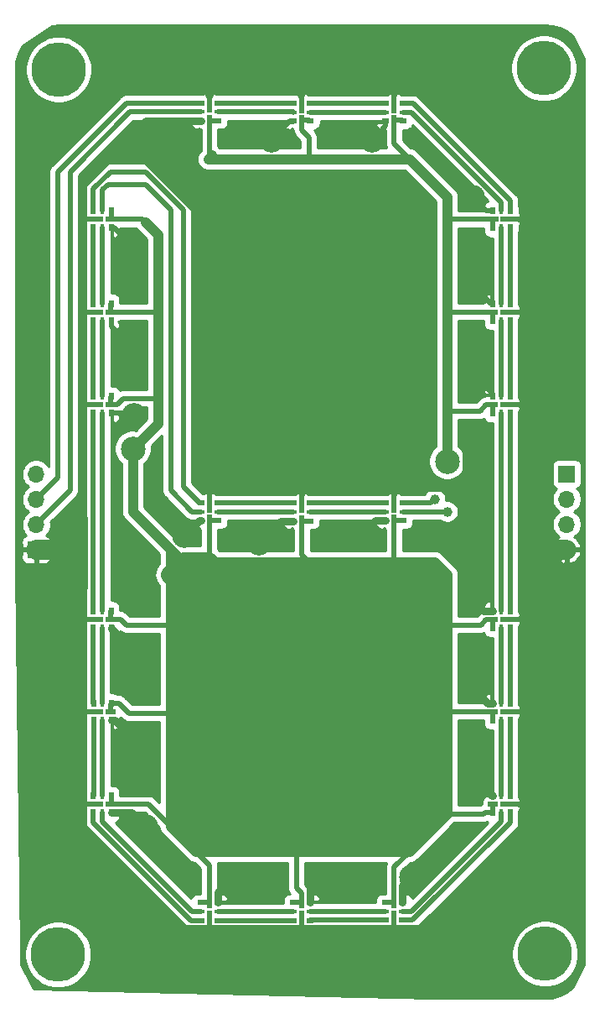
<source format=gtl>
G04 #@! TF.GenerationSoftware,KiCad,Pcbnew,5.1.5-1.fc31*
G04 #@! TF.CreationDate,2020-02-18T03:07:30-08:00*
G04 #@! TF.ProjectId,apa102_7seg_digit,61706131-3032-45f3-9773-65675f646967,rev?*
G04 #@! TF.SameCoordinates,Original*
G04 #@! TF.FileFunction,Copper,L1,Top*
G04 #@! TF.FilePolarity,Positive*
%FSLAX46Y46*%
G04 Gerber Fmt 4.6, Leading zero omitted, Abs format (unit mm)*
G04 Created by KiCad (PCBNEW 5.1.5-1.fc31) date 2020-02-18 03:07:30*
%MOMM*%
%LPD*%
G04 APERTURE LIST*
%ADD10C,5.500000*%
%ADD11R,1.480000X0.500000*%
%ADD12R,1.000000X0.500000*%
%ADD13R,0.500000X0.800000*%
%ADD14R,0.300000X0.800000*%
%ADD15R,0.800000X0.500000*%
%ADD16R,0.800000X0.300000*%
%ADD17R,0.500000X1.000000*%
%ADD18R,0.500000X1.480000*%
%ADD19O,1.700000X1.700000*%
%ADD20R,1.700000X1.700000*%
%ADD21C,2.500000*%
%ADD22C,1.000000*%
%ADD23C,0.750000*%
%ADD24C,0.500000*%
%ADD25C,1.000000*%
%ADD26C,2.000000*%
%ADD27C,0.254000*%
G04 APERTURE END LIST*
D10*
X169908037Y-141127852D03*
X120699951Y-141182669D03*
X120759647Y-51930503D03*
X169780779Y-51791620D03*
D11*
X166078649Y-76371005D03*
D12*
X164658649Y-76371005D03*
D13*
X164588649Y-75521005D03*
X166388649Y-75521005D03*
D14*
X165488649Y-75521005D03*
D13*
X166388649Y-77221005D03*
D14*
X165488649Y-77221005D03*
D13*
X164588649Y-77221005D03*
D11*
X124584751Y-67040545D03*
D12*
X126004751Y-67040545D03*
D13*
X126074751Y-67890545D03*
X124274751Y-67890545D03*
D14*
X125174751Y-67890545D03*
D13*
X124274751Y-66190545D03*
D14*
X125174751Y-66190545D03*
D13*
X126074751Y-66190545D03*
X126070776Y-75516255D03*
D14*
X125170776Y-75516255D03*
D13*
X124270776Y-75516255D03*
D14*
X125170776Y-77216255D03*
D13*
X124270776Y-77216255D03*
X126070776Y-77216255D03*
D12*
X126000776Y-76366255D03*
D11*
X124580776Y-76366255D03*
X124584075Y-85705620D03*
D12*
X126004075Y-85705620D03*
D13*
X126074075Y-86555620D03*
X124274075Y-86555620D03*
D14*
X125174075Y-86555620D03*
D13*
X124274075Y-84855620D03*
D14*
X125174075Y-84855620D03*
D13*
X126074075Y-84855620D03*
X126066613Y-106514227D03*
D14*
X125166613Y-106514227D03*
D13*
X124266613Y-106514227D03*
D14*
X125166613Y-108214227D03*
D13*
X124266613Y-108214227D03*
X126066613Y-108214227D03*
D12*
X125996613Y-107364227D03*
D11*
X124576613Y-107364227D03*
X124590089Y-116685579D03*
D12*
X126010089Y-116685579D03*
D13*
X126080089Y-117535579D03*
X124280089Y-117535579D03*
D14*
X125180089Y-117535579D03*
D13*
X124280089Y-115835579D03*
D14*
X125180089Y-115835579D03*
D13*
X126080089Y-115835579D03*
X126070344Y-125171020D03*
D14*
X125170344Y-125171020D03*
D13*
X124270344Y-125171020D03*
D14*
X125170344Y-126871020D03*
D13*
X124270344Y-126871020D03*
X126070344Y-126871020D03*
D12*
X126000344Y-126021020D03*
D11*
X124580344Y-126021020D03*
D15*
X136853941Y-57096988D03*
D16*
X136853941Y-56196988D03*
D15*
X136853941Y-55296988D03*
D16*
X135153941Y-56196988D03*
D15*
X135153941Y-55296988D03*
X135153941Y-57096988D03*
D17*
X136003941Y-57026988D03*
D18*
X136003941Y-55606988D03*
X135990683Y-95939327D03*
D17*
X135990683Y-97359327D03*
D15*
X135140683Y-97429327D03*
X135140683Y-95629327D03*
D16*
X135140683Y-96529327D03*
D15*
X136840683Y-95629327D03*
D16*
X136840683Y-96529327D03*
D15*
X136840683Y-97429327D03*
D18*
X135992115Y-137436518D03*
D17*
X135992115Y-136016518D03*
D15*
X136842115Y-135946518D03*
X136842115Y-137746518D03*
D16*
X136842115Y-136846518D03*
D15*
X135142115Y-137746518D03*
D16*
X135142115Y-136846518D03*
D15*
X135142115Y-135946518D03*
X146188118Y-57121980D03*
D16*
X146188118Y-56221980D03*
D15*
X146188118Y-55321980D03*
D16*
X144488118Y-56221980D03*
D15*
X144488118Y-55321980D03*
X144488118Y-57121980D03*
D17*
X145338118Y-57051980D03*
D18*
X145338118Y-55631980D03*
D15*
X146172448Y-97446117D03*
D16*
X146172448Y-96546117D03*
D15*
X146172448Y-95646117D03*
D16*
X144472448Y-96546117D03*
D15*
X144472448Y-95646117D03*
X144472448Y-97446117D03*
D17*
X145322448Y-97376117D03*
D18*
X145322448Y-95956117D03*
D15*
X144475557Y-135953695D03*
D16*
X144475557Y-136853695D03*
D15*
X144475557Y-137753695D03*
D16*
X146175557Y-136853695D03*
D15*
X146175557Y-137753695D03*
X146175557Y-135953695D03*
D17*
X145325557Y-136023695D03*
D18*
X145325557Y-137443695D03*
X154671419Y-55632017D03*
D17*
X154671419Y-57052017D03*
D15*
X153821419Y-57122017D03*
X153821419Y-55322017D03*
D16*
X153821419Y-56222017D03*
D15*
X155521419Y-55322017D03*
D16*
X155521419Y-56222017D03*
D15*
X155521419Y-57122017D03*
D18*
X154671419Y-95939327D03*
D17*
X154671419Y-97359327D03*
D15*
X153821419Y-97429327D03*
X153821419Y-95629327D03*
D16*
X153821419Y-96529327D03*
D15*
X155521419Y-95629327D03*
D16*
X155521419Y-96529327D03*
D15*
X155521419Y-97429327D03*
D18*
X154665992Y-137430966D03*
D17*
X154665992Y-136010966D03*
D15*
X155515992Y-135940966D03*
X155515992Y-137740966D03*
D16*
X155515992Y-136840966D03*
D15*
X153815992Y-137740966D03*
D16*
X153815992Y-136840966D03*
D15*
X153815992Y-135940966D03*
D13*
X164600907Y-67875247D03*
D14*
X165500907Y-67875247D03*
D13*
X166400907Y-67875247D03*
D14*
X165500907Y-66175247D03*
D13*
X166400907Y-66175247D03*
X164600907Y-66175247D03*
D12*
X164670907Y-67025247D03*
D11*
X166090907Y-67025247D03*
D13*
X164590097Y-86553959D03*
D14*
X165490097Y-86553959D03*
D13*
X166390097Y-86553959D03*
D14*
X165490097Y-84853959D03*
D13*
X166390097Y-84853959D03*
X164590097Y-84853959D03*
D12*
X164660097Y-85703959D03*
D11*
X166080097Y-85703959D03*
D13*
X164591758Y-108212779D03*
D14*
X165491758Y-108212779D03*
D13*
X166391758Y-108212779D03*
D14*
X165491758Y-106512779D03*
D13*
X166391758Y-106512779D03*
X164591758Y-106512779D03*
D12*
X164661758Y-107362779D03*
D11*
X166081758Y-107362779D03*
X166075744Y-116679565D03*
D12*
X164655744Y-116679565D03*
D13*
X164585744Y-115829565D03*
X166385744Y-115829565D03*
D14*
X165485744Y-115829565D03*
D13*
X166385744Y-117529565D03*
D14*
X165485744Y-117529565D03*
D13*
X164585744Y-117529565D03*
X164588659Y-126875423D03*
D14*
X165488659Y-126875423D03*
D13*
X166388659Y-126875423D03*
D14*
X165488659Y-125175423D03*
D13*
X166388659Y-125175423D03*
X164588659Y-125175423D03*
D12*
X164658659Y-126025423D03*
D11*
X166078659Y-126025423D03*
D19*
X118482760Y-92731490D03*
X118482760Y-95271490D03*
X118482760Y-97811490D03*
D20*
X118482760Y-100351490D03*
X172092220Y-92708431D03*
D19*
X172092220Y-95248431D03*
X172092220Y-97788431D03*
X172092220Y-100328431D03*
D21*
X128270000Y-110490000D03*
X128270000Y-119380000D03*
X129540000Y-128270000D03*
X138430000Y-133350000D03*
X147320000Y-133350000D03*
X156365992Y-133350000D03*
X162560000Y-123190000D03*
X162560000Y-114300000D03*
X162560000Y-105410000D03*
X151130000Y-99060000D03*
X140970488Y-99650000D03*
X133458859Y-98951141D03*
X162560000Y-88900000D03*
X152400000Y-59010000D03*
X142240000Y-59010000D03*
X162560000Y-64770000D03*
X162560000Y-73660000D03*
X162560000Y-82550000D03*
X128270000Y-69850000D03*
X128270000Y-80010000D03*
X128351930Y-86790000D03*
X131592082Y-61877918D03*
X160020000Y-91440000D03*
X128270000Y-90170000D03*
D22*
X158750000Y-95250000D03*
X160020000Y-96520000D03*
D23*
X129593012Y-57096988D02*
X135153941Y-57096988D01*
X118482760Y-100351490D02*
X120082760Y-100351490D01*
X120082760Y-100351490D02*
X123190000Y-97244250D01*
D24*
X123190000Y-67195296D02*
X123190000Y-67310000D01*
X123344751Y-67040545D02*
X123190000Y-67195296D01*
X124584751Y-67040545D02*
X123344751Y-67040545D01*
D23*
X123190000Y-67310000D02*
X123190000Y-63500000D01*
D24*
X123344075Y-85705620D02*
X123190000Y-85551545D01*
D23*
X123190000Y-97244250D02*
X123190000Y-85090000D01*
D24*
X123190000Y-85551545D02*
X123190000Y-85090000D01*
X124584075Y-85705620D02*
X123344075Y-85705620D01*
D23*
X167640000Y-104780651D02*
X172092220Y-100328431D01*
X120082760Y-101032760D02*
X123190000Y-104140000D01*
X157331304Y-138578696D02*
X167640000Y-128270000D01*
X120082760Y-100351490D02*
X120082760Y-101032760D01*
X123190000Y-128270000D02*
X133498696Y-138578696D01*
D24*
X123336613Y-107364227D02*
X123190000Y-107217614D01*
X123190000Y-107217614D02*
X123190000Y-106680000D01*
X124576613Y-107364227D02*
X123336613Y-107364227D01*
D23*
X123190000Y-104140000D02*
X123190000Y-106680000D01*
D24*
X124590089Y-116685579D02*
X123344421Y-116685579D01*
X123344421Y-116685579D02*
X123190000Y-116840000D01*
D23*
X123190000Y-106680000D02*
X123190000Y-116840000D01*
D24*
X123340344Y-126021020D02*
X123190000Y-125870676D01*
X123190000Y-125870676D02*
X123190000Y-125730000D01*
X124580344Y-126021020D02*
X123340344Y-126021020D01*
D23*
X123190000Y-116840000D02*
X123190000Y-125730000D01*
X123190000Y-125730000D02*
X123190000Y-128270000D01*
D24*
X135992115Y-137436518D02*
X135992115Y-138327885D01*
X154665992Y-138453384D02*
X154791304Y-138578696D01*
X154665992Y-137430966D02*
X154665992Y-138453384D01*
D23*
X154791304Y-138578696D02*
X157331304Y-138578696D01*
D24*
X145325558Y-138363696D02*
X145110558Y-138578696D01*
X145110558Y-138578696D02*
X144928696Y-138578696D01*
X145325557Y-137443695D02*
X145325558Y-138363696D01*
D23*
X133498696Y-138578696D02*
X144928696Y-138578696D01*
X144928696Y-138578696D02*
X154791304Y-138578696D01*
D24*
X167344577Y-126025423D02*
X167640000Y-125730000D01*
D23*
X167640000Y-128270000D02*
X167640000Y-125730000D01*
D24*
X166078659Y-126025423D02*
X167344577Y-126025423D01*
X166075744Y-116679565D02*
X167479565Y-116679565D01*
X167479565Y-116679565D02*
X167640000Y-116840000D01*
D23*
X167640000Y-125730000D02*
X167640000Y-116840000D01*
D24*
X167640000Y-107044537D02*
X167640000Y-106680000D01*
X167321758Y-107362779D02*
X167640000Y-107044537D01*
X166081758Y-107362779D02*
X167321758Y-107362779D01*
D23*
X167640000Y-116840000D02*
X167640000Y-106680000D01*
X167640000Y-106680000D02*
X167640000Y-104780651D01*
X167640000Y-64770000D02*
X156210000Y-53340000D01*
X135890000Y-54471987D02*
X135993940Y-54471987D01*
X135890000Y-53340000D02*
X135890000Y-54471987D01*
D24*
X136003941Y-54585928D02*
X135890000Y-54471987D01*
X136003941Y-55606988D02*
X136003941Y-54585928D01*
X144780000Y-54153862D02*
X144780000Y-53340000D01*
X145338117Y-54711979D02*
X144780000Y-54153862D01*
X145338118Y-55631980D02*
X145338117Y-54711979D01*
D23*
X144780000Y-53340000D02*
X135890000Y-53340000D01*
D24*
X154671419Y-55632017D02*
X154671419Y-53608581D01*
D23*
X156210000Y-53340000D02*
X154940000Y-53340000D01*
D24*
X154671419Y-53608581D02*
X154940000Y-53340000D01*
D23*
X154940000Y-53340000D02*
X144780000Y-53340000D01*
D24*
X167355247Y-67025247D02*
X167640000Y-67310000D01*
X166090907Y-67025247D02*
X167355247Y-67025247D01*
D23*
X167640000Y-67310000D02*
X167640000Y-64770000D01*
D25*
X123190000Y-97244250D02*
X123190000Y-104140000D01*
X125730000Y-60960000D02*
X129613516Y-60960000D01*
D23*
X125730000Y-60960000D02*
X129593012Y-57096988D01*
X123190000Y-63500000D02*
X125730000Y-60960000D01*
D25*
X134620000Y-65966484D02*
X134620000Y-92710000D01*
X134620000Y-92710000D02*
X135890000Y-93980000D01*
X152712092Y-93980000D02*
X154940000Y-93980000D01*
D24*
X154671419Y-94248581D02*
X154940000Y-93980000D01*
X154671419Y-95939327D02*
X154671419Y-94248581D01*
X145322448Y-94522448D02*
X144780000Y-93980000D01*
D25*
X135890000Y-93980000D02*
X144780000Y-93980000D01*
D24*
X145322448Y-95956117D02*
X145322448Y-94522448D01*
D25*
X144780000Y-93980000D02*
X152712092Y-93980000D01*
D24*
X135990683Y-94080683D02*
X135890000Y-93980000D01*
X135990683Y-95939327D02*
X135990683Y-94080683D01*
X123340776Y-76366255D02*
X123190000Y-76215479D01*
X123190000Y-76215479D02*
X123190000Y-76200000D01*
X124580776Y-76366255D02*
X123340776Y-76366255D01*
D23*
X123190000Y-85090000D02*
X123190000Y-76200000D01*
X123190000Y-76200000D02*
X123190000Y-67310000D01*
X126066613Y-108286613D02*
X128270000Y-110490000D01*
X126066613Y-108214227D02*
X126066613Y-108286613D01*
X126080089Y-117535579D02*
X126425579Y-117535579D01*
X126425579Y-117535579D02*
X128270000Y-119380000D01*
X128141020Y-126871020D02*
X129540000Y-128270000D01*
X126070344Y-126871020D02*
X128141020Y-126871020D01*
X136842115Y-135946518D02*
X136842115Y-134937885D01*
X136842115Y-134937885D02*
X138430000Y-133350000D01*
X146175557Y-134494443D02*
X147320000Y-133350000D01*
X146175557Y-135953695D02*
X146175557Y-134494443D01*
X155515992Y-135940966D02*
X155515992Y-134200000D01*
X155515992Y-134200000D02*
X156365992Y-133350000D01*
X164545423Y-125175423D02*
X162560000Y-123190000D01*
X164588659Y-125175423D02*
X164545423Y-125175423D01*
X164089565Y-115829565D02*
X162560000Y-114300000D01*
X164585744Y-115829565D02*
X164089565Y-115829565D01*
X164591758Y-106512779D02*
X163662779Y-106512779D01*
X163662779Y-106512779D02*
X162560000Y-105410000D01*
X153821419Y-97429327D02*
X152760673Y-97429327D01*
X152760673Y-97429327D02*
X151130000Y-99060000D01*
X144472448Y-97446117D02*
X143174371Y-97446117D01*
X143174371Y-97446117D02*
X140970488Y-99650000D01*
X135140683Y-97429327D02*
X134980673Y-97429327D01*
X134980673Y-97429327D02*
X133458859Y-98951141D01*
D26*
X170890139Y-100328431D02*
X168910000Y-98348292D01*
X172092220Y-100328431D02*
X170890139Y-100328431D01*
X168910000Y-64770000D02*
X156210000Y-52070000D01*
X137160000Y-52070000D02*
X135890000Y-53340000D01*
X156210000Y-52070000D02*
X137160000Y-52070000D01*
X121332760Y-100351490D02*
X118482760Y-100351490D01*
X121920000Y-100938730D02*
X121332760Y-100351490D01*
X168910000Y-98348292D02*
X168910000Y-128270000D01*
X133350000Y-139700000D02*
X121920000Y-128270000D01*
X168910000Y-128270000D02*
X157480000Y-139700000D01*
X157480000Y-139700000D02*
X133350000Y-139700000D01*
X121920000Y-128270000D02*
X121920000Y-100938730D01*
D24*
X167320097Y-85703959D02*
X167976138Y-86360000D01*
D26*
X168910000Y-98348292D02*
X168910000Y-86360000D01*
D24*
X167976138Y-86360000D02*
X168910000Y-86360000D01*
X166080097Y-85703959D02*
X167320097Y-85703959D01*
X167811005Y-76371005D02*
X168910000Y-77470000D01*
X166078649Y-76371005D02*
X167811005Y-76371005D01*
D26*
X168910000Y-86360000D02*
X168910000Y-77470000D01*
X168910000Y-77470000D02*
X168910000Y-68580000D01*
D24*
X167640000Y-67310000D02*
X168910000Y-68580000D01*
D26*
X168910000Y-68580000D02*
X168910000Y-64770000D01*
D24*
X136003941Y-53453941D02*
X135890000Y-53340000D01*
X136003941Y-55606988D02*
X136003941Y-53453941D01*
X153821419Y-57122017D02*
X153821419Y-57588581D01*
X153821419Y-57588581D02*
X152400000Y-59010000D01*
X144488118Y-57121980D02*
X144128020Y-57121980D01*
X144128020Y-57121980D02*
X142240000Y-59010000D01*
X164600907Y-66175247D02*
X163965247Y-66175247D01*
X163965247Y-66175247D02*
X162560000Y-64770000D01*
X164421005Y-75521005D02*
X162560000Y-73660000D01*
X164588649Y-75521005D02*
X164421005Y-75521005D01*
X164590097Y-84580097D02*
X162560000Y-82550000D01*
X164590097Y-84853959D02*
X164590097Y-84580097D01*
X126310545Y-67890545D02*
X128270000Y-69850000D01*
X126074751Y-67890545D02*
X126310545Y-67890545D01*
X126070776Y-77216255D02*
X126070776Y-77810776D01*
X126070776Y-77810776D02*
X128270000Y-80010000D01*
X126074075Y-86555620D02*
X128117550Y-86555620D01*
X128117550Y-86555620D02*
X128351930Y-86790000D01*
X131276758Y-62193242D02*
X131592082Y-61877918D01*
D25*
X130846758Y-62193242D02*
X134620000Y-65966484D01*
D24*
X130846758Y-62193242D02*
X131276758Y-62193242D01*
D25*
X129613516Y-60960000D02*
X130846758Y-62193242D01*
X154940000Y-93980000D02*
X162560000Y-93980000D01*
D26*
X162560000Y-105410000D02*
X162560000Y-93980000D01*
X162560000Y-93980000D02*
X162560000Y-88900000D01*
D25*
X160020000Y-67310000D02*
X160020000Y-64770000D01*
X160020000Y-64770000D02*
X156210000Y-60960000D01*
X135890000Y-60960000D02*
X136253942Y-60596058D01*
D24*
X136073941Y-57096988D02*
X136003941Y-57026988D01*
X136853941Y-57096988D02*
X136073941Y-57096988D01*
X136003941Y-60346057D02*
X136253942Y-60596058D01*
X136003941Y-57026988D02*
X136003941Y-60346057D01*
X146118118Y-57051980D02*
X146188118Y-57121980D01*
X145338118Y-57051980D02*
X146118118Y-57051980D01*
X146050000Y-58763862D02*
X146050000Y-60960000D01*
X145338118Y-57051980D02*
X145338118Y-58051980D01*
D25*
X156210000Y-60960000D02*
X146050000Y-60960000D01*
D24*
X145338118Y-58051980D02*
X146050000Y-58763862D01*
D25*
X146050000Y-60960000D02*
X135890000Y-60960000D01*
D24*
X155451419Y-57052017D02*
X155521419Y-57122017D01*
X154671419Y-57052017D02*
X155451419Y-57052017D01*
X154671419Y-59421419D02*
X156210000Y-60960000D01*
X154671419Y-57052017D02*
X154671419Y-59421419D01*
X164600907Y-67095247D02*
X164670907Y-67025247D01*
X164600907Y-67875247D02*
X164600907Y-67095247D01*
X160304753Y-67025247D02*
X160020000Y-67310000D01*
X164670907Y-67025247D02*
X160304753Y-67025247D01*
X164588649Y-76441005D02*
X164658649Y-76371005D01*
X164588649Y-77221005D02*
X164588649Y-76441005D01*
X160191005Y-76371005D02*
X160020000Y-76200000D01*
X164658649Y-76371005D02*
X160191005Y-76371005D01*
D25*
X160020000Y-76200000D02*
X160020000Y-67310000D01*
D24*
X164590097Y-85773959D02*
X164660097Y-85703959D01*
X164590097Y-86553959D02*
X164590097Y-85773959D01*
X163324056Y-86360000D02*
X160020000Y-86360000D01*
X163980096Y-85703960D02*
X163324056Y-86360000D01*
X164660097Y-85703959D02*
X163980096Y-85703960D01*
D25*
X160020000Y-91440000D02*
X160020000Y-86360000D01*
X160020000Y-86360000D02*
X160020000Y-76200000D01*
X128270000Y-90170000D02*
X130810000Y-87630000D01*
X130810000Y-68580000D02*
X129540000Y-67310000D01*
D24*
X126074751Y-66970545D02*
X126004751Y-67040545D01*
X126074751Y-66190545D02*
X126074751Y-66970545D01*
X129270545Y-67040545D02*
X129540000Y-67310000D01*
X126004751Y-67040545D02*
X129270545Y-67040545D01*
X126000776Y-75586255D02*
X126070776Y-75516255D01*
X126000776Y-76366255D02*
X126000776Y-75586255D01*
X130643745Y-76366255D02*
X130810000Y-76200000D01*
X126000776Y-76366255D02*
X130643745Y-76366255D01*
D25*
X130810000Y-76200000D02*
X130810000Y-68580000D01*
D24*
X126004075Y-84925620D02*
X126074075Y-84855620D01*
X126004075Y-85705620D02*
X126004075Y-84925620D01*
X126684076Y-85705619D02*
X127299695Y-85090000D01*
X126004075Y-85705620D02*
X126684076Y-85705619D01*
D25*
X130810000Y-87630000D02*
X130810000Y-85090000D01*
D24*
X127299695Y-85090000D02*
X130810000Y-85090000D01*
D25*
X130810000Y-85090000D02*
X130810000Y-76200000D01*
X128270000Y-90170000D02*
X128270000Y-96520000D01*
X128270000Y-96520000D02*
X132080000Y-100330000D01*
X132080000Y-125730000D02*
X132080000Y-128270000D01*
X132080000Y-128270000D02*
X134620000Y-130810000D01*
X156210000Y-130810000D02*
X160020000Y-127000000D01*
X160020000Y-107950000D02*
X160020000Y-102870000D01*
X160020000Y-102870000D02*
X158750000Y-101600000D01*
D24*
X136060683Y-97429327D02*
X135990683Y-97359327D01*
X136840683Y-97429327D02*
X136060683Y-97429327D01*
X135990683Y-101499317D02*
X135890000Y-101600000D01*
X135990683Y-97359327D02*
X135990683Y-101499317D01*
D26*
X135890000Y-101600000D02*
X133350000Y-101600000D01*
D24*
X145392448Y-97446117D02*
X145322448Y-97376117D01*
X146172448Y-97446117D02*
X145392448Y-97446117D01*
X145322448Y-100872448D02*
X146050000Y-101600000D01*
X145322448Y-97376117D02*
X145322448Y-100872448D01*
D25*
X146050000Y-101600000D02*
X135890000Y-101600000D01*
D24*
X154741419Y-97429327D02*
X154671419Y-97359327D01*
X155521419Y-97429327D02*
X154741419Y-97429327D01*
X154671419Y-101331419D02*
X154940000Y-101600000D01*
X154671419Y-97359327D02*
X154671419Y-101331419D01*
D25*
X158750000Y-101600000D02*
X154940000Y-101600000D01*
X154940000Y-101600000D02*
X146050000Y-101600000D01*
D24*
X164591758Y-107432779D02*
X164661758Y-107362779D01*
X164591758Y-108212779D02*
X164591758Y-107432779D01*
X163394537Y-107950000D02*
X160020000Y-107950000D01*
X163981757Y-107362780D02*
X163394537Y-107950000D01*
X164661758Y-107362779D02*
X163981757Y-107362780D01*
X164585744Y-116749565D02*
X164655744Y-116679565D01*
X164585744Y-117529565D02*
X164585744Y-116749565D01*
X160180435Y-116679565D02*
X160020000Y-116840000D01*
X164655744Y-116679565D02*
X160180435Y-116679565D01*
D25*
X160020000Y-127000000D02*
X160020000Y-116840000D01*
X160020000Y-116840000D02*
X160020000Y-107950000D01*
D24*
X164658659Y-126805423D02*
X164588659Y-126875423D01*
X164658659Y-126025423D02*
X164658659Y-126805423D01*
X163838659Y-126875423D02*
X163714082Y-127000000D01*
X163714082Y-127000000D02*
X160020000Y-127000000D01*
X164588659Y-126875423D02*
X163838659Y-126875423D01*
X154595992Y-135940966D02*
X154665992Y-136010966D01*
X153815992Y-135940966D02*
X154595992Y-135940966D01*
X154665992Y-132354008D02*
X156210000Y-130810000D01*
X154665992Y-136010966D02*
X154665992Y-132354008D01*
X145255557Y-135953695D02*
X145325557Y-136023695D01*
X144475557Y-135953695D02*
X145255557Y-135953695D01*
X144780000Y-134478138D02*
X144780000Y-130810000D01*
X145325557Y-136023695D02*
X145325557Y-135023695D01*
D25*
X134620000Y-130810000D02*
X144780000Y-130810000D01*
D24*
X145325557Y-135023695D02*
X144780000Y-134478138D01*
D25*
X144780000Y-130810000D02*
X156210000Y-130810000D01*
D24*
X135142115Y-135946518D02*
X135833482Y-135946518D01*
X135903482Y-136016518D02*
X135992115Y-136016518D01*
X135833482Y-135946518D02*
X135903482Y-136016518D01*
X135992115Y-132182115D02*
X134620000Y-130810000D01*
X135992115Y-136016518D02*
X135992115Y-132182115D01*
X126070344Y-125951020D02*
X126000344Y-126021020D01*
X126070344Y-125171020D02*
X126070344Y-125951020D01*
X129831020Y-126021020D02*
X132080000Y-128270000D01*
X126000344Y-126021020D02*
X129831020Y-126021020D01*
X126010089Y-115905579D02*
X126080089Y-115835579D01*
X126010089Y-116685579D02*
X126010089Y-115905579D01*
X126080089Y-115835579D02*
X126830089Y-115835579D01*
X127834510Y-116840000D02*
X132080000Y-116840000D01*
X126830089Y-115835579D02*
X127834510Y-116840000D01*
D25*
X132080000Y-116840000D02*
X132080000Y-125730000D01*
D24*
X125996613Y-106584227D02*
X126066613Y-106514227D01*
X125996613Y-107364227D02*
X125996613Y-106584227D01*
X127582386Y-107950000D02*
X132080000Y-107950000D01*
X125996613Y-107364227D02*
X126996613Y-107364227D01*
X126996613Y-107364227D02*
X127582386Y-107950000D01*
D25*
X132080000Y-107950000D02*
X132080000Y-116840000D01*
X133350000Y-101600000D02*
X132080000Y-100330000D01*
X133350000Y-101600000D02*
X132080000Y-101600000D01*
X132080000Y-100330000D02*
X132080000Y-101600000D01*
D26*
X134620000Y-102870000D02*
X158750000Y-102870000D01*
X158750000Y-102870000D02*
X158750000Y-125730000D01*
X158750000Y-127339990D02*
X156549990Y-129540000D01*
X158750000Y-125730000D02*
X158750000Y-127339990D01*
X156549990Y-129540000D02*
X134620000Y-129540000D01*
X134620000Y-129540000D02*
X133350000Y-128270000D01*
X133350000Y-128270000D02*
X133350000Y-104140000D01*
X132080000Y-102870000D02*
X133350000Y-102870000D01*
X133350000Y-102870000D02*
X133985000Y-102235000D01*
D25*
X132080000Y-102870000D02*
X132080000Y-107950000D01*
D26*
X133350000Y-101600000D02*
X133985000Y-102235000D01*
D25*
X132080000Y-101600000D02*
X132080000Y-102870000D01*
D26*
X133985000Y-102235000D02*
X134620000Y-102870000D01*
D24*
X124274751Y-75512280D02*
X124270776Y-75516255D01*
X124274751Y-67890545D02*
X124274751Y-75512280D01*
X125174751Y-75512280D02*
X125170776Y-75516255D01*
X125174751Y-67890545D02*
X125174751Y-75512280D01*
X134999327Y-95629327D02*
X135140683Y-95629327D01*
X133350000Y-93980000D02*
X134999327Y-95629327D01*
X124274751Y-66190545D02*
X124274751Y-63965286D01*
X126010037Y-62230000D02*
X129540000Y-62230000D01*
X124274751Y-63965286D02*
X126010037Y-62230000D01*
X129540000Y-62230000D02*
X133350000Y-66040000D01*
X133350000Y-66040000D02*
X133350000Y-93980000D01*
X125174751Y-65290545D02*
X125178424Y-65286872D01*
X125174751Y-66190545D02*
X125174751Y-65290545D01*
X125178424Y-65286872D02*
X125178424Y-64051576D01*
X125178424Y-64051576D02*
X125730000Y-63500000D01*
X125730000Y-63500000D02*
X129540000Y-63500000D01*
X129540000Y-63500000D02*
X132080000Y-66040000D01*
X134240683Y-96529327D02*
X135140683Y-96529327D01*
X132080000Y-94368644D02*
X134240683Y-96529327D01*
X132080000Y-66040000D02*
X132080000Y-94368644D01*
X125170776Y-84852321D02*
X125174075Y-84855620D01*
X125170776Y-77216255D02*
X125170776Y-84852321D01*
X124270776Y-84852321D02*
X124274075Y-84855620D01*
X124270776Y-77216255D02*
X124270776Y-84852321D01*
X124274075Y-106506765D02*
X124266613Y-106514227D01*
X124274075Y-86555620D02*
X124274075Y-106506765D01*
X125174075Y-106506765D02*
X125166613Y-106514227D01*
X125174075Y-86555620D02*
X125174075Y-106506765D01*
X125166613Y-115822103D02*
X125180089Y-115835579D01*
X125166613Y-108214227D02*
X125166613Y-115822103D01*
X124266613Y-115822103D02*
X124280089Y-115835579D01*
X124266613Y-108214227D02*
X124266613Y-115822103D01*
X124280089Y-125161275D02*
X124270344Y-125171020D01*
X124280089Y-117535579D02*
X124280089Y-125161275D01*
X125170344Y-117545324D02*
X125180089Y-117535579D01*
X125170344Y-125171020D02*
X125170344Y-117545324D01*
X125170344Y-127771020D02*
X125170344Y-126871020D01*
X125170344Y-127774747D02*
X125170344Y-127771020D01*
X134242115Y-136846518D02*
X125170344Y-127774747D01*
X135142115Y-136846518D02*
X134242115Y-136846518D01*
X134242115Y-137746518D02*
X135142115Y-137746518D01*
X124270344Y-127864710D02*
X134152152Y-137746518D01*
X134152152Y-137746518D02*
X134242115Y-137746518D01*
X124270344Y-126871020D02*
X124270344Y-127864710D01*
X144463126Y-56196988D02*
X144488118Y-56221980D01*
X136853941Y-56196988D02*
X144463126Y-56196988D01*
X144463126Y-55296988D02*
X144488118Y-55321980D01*
X136853941Y-55296988D02*
X144463126Y-55296988D01*
X135153941Y-56196988D02*
X127953012Y-56196988D01*
X127953012Y-56196988D02*
X121920000Y-62230000D01*
X121920000Y-94374250D02*
X118482760Y-97811490D01*
X121920000Y-62230000D02*
X121920000Y-94374250D01*
X135153941Y-55296988D02*
X127583012Y-55296988D01*
X127583012Y-55296988D02*
X120650000Y-62230000D01*
X120650000Y-93104250D02*
X118482760Y-95271490D01*
X120650000Y-62230000D02*
X120650000Y-93104250D01*
X144455658Y-95629327D02*
X144472448Y-95646117D01*
X136840683Y-95629327D02*
X144455658Y-95629327D01*
X136857473Y-96546117D02*
X136840683Y-96529327D01*
X144472448Y-96546117D02*
X136857473Y-96546117D01*
X136849292Y-137753695D02*
X136842115Y-137746518D01*
X144475557Y-137753695D02*
X136849292Y-137753695D01*
X136849292Y-136853695D02*
X136842115Y-136846518D01*
X144475557Y-136853695D02*
X136849292Y-136853695D01*
X153821382Y-56221980D02*
X153821419Y-56222017D01*
X146188118Y-56221980D02*
X153821382Y-56221980D01*
X153821382Y-55321980D02*
X153821419Y-55322017D01*
X146188118Y-55321980D02*
X153821382Y-55321980D01*
X153804629Y-96546117D02*
X153821419Y-96529327D01*
X146172448Y-96546117D02*
X153804629Y-96546117D01*
X153804629Y-95646117D02*
X153821419Y-95629327D01*
X146172448Y-95646117D02*
X153804629Y-95646117D01*
X146188286Y-136840966D02*
X146175557Y-136853695D01*
X153815992Y-136840966D02*
X146188286Y-136840966D01*
X146188286Y-137740966D02*
X146175557Y-137753695D01*
X153815992Y-137740966D02*
X146188286Y-137740966D01*
X166400907Y-65275247D02*
X166400907Y-66175247D01*
X166400907Y-65185284D02*
X166400907Y-65275247D01*
X156537640Y-55322017D02*
X166400907Y-65185284D01*
X155521419Y-55322017D02*
X156537640Y-55322017D01*
X165500907Y-65275247D02*
X165500907Y-66175247D01*
X156447677Y-56222017D02*
X165500907Y-65275247D01*
X155521419Y-56222017D02*
X156447677Y-56222017D01*
X155521419Y-95629327D02*
X158370673Y-95629327D01*
X158370673Y-95629327D02*
X158750000Y-95250000D01*
X155521419Y-96529327D02*
X160010673Y-96529327D01*
X160010673Y-96529327D02*
X160020000Y-96520000D01*
X166388659Y-127865386D02*
X156513079Y-137740966D01*
X156415992Y-137740966D02*
X155515992Y-137740966D01*
X156513079Y-137740966D02*
X156415992Y-137740966D01*
X166388659Y-126875423D02*
X166388659Y-127865386D01*
X156415992Y-136840966D02*
X155515992Y-136840966D01*
X156423116Y-136840966D02*
X156415992Y-136840966D01*
X165488659Y-127775423D02*
X156423116Y-136840966D01*
X165488659Y-126875423D02*
X165488659Y-127775423D01*
X165500907Y-75508747D02*
X165488649Y-75521005D01*
X165500907Y-67875247D02*
X165500907Y-75508747D01*
X166400907Y-75508747D02*
X166388649Y-75521005D01*
X166400907Y-67875247D02*
X166400907Y-75508747D01*
X166388649Y-84852511D02*
X166390097Y-84853959D01*
X166388649Y-77221005D02*
X166388649Y-84852511D01*
X165488649Y-84852511D02*
X165490097Y-84853959D01*
X165488649Y-77221005D02*
X165488649Y-84852511D01*
X165491758Y-105612779D02*
X165491758Y-106512779D01*
X165490097Y-87453959D02*
X165491758Y-87455620D01*
X165491758Y-87455620D02*
X165491758Y-105612779D01*
X165490097Y-86553959D02*
X165490097Y-87453959D01*
X166390097Y-106511118D02*
X166391758Y-106512779D01*
X166390097Y-86553959D02*
X166390097Y-106511118D01*
X165491758Y-115823551D02*
X165485744Y-115829565D01*
X165491758Y-108212779D02*
X165491758Y-115823551D01*
X166391758Y-115823551D02*
X166385744Y-115829565D01*
X166391758Y-108212779D02*
X166391758Y-115823551D01*
X166385744Y-125172508D02*
X166388659Y-125175423D01*
X166385744Y-117529565D02*
X166385744Y-125172508D01*
X165485744Y-125172508D02*
X165488659Y-125175423D01*
X165485744Y-117529565D02*
X165485744Y-125172508D01*
D27*
G36*
X158623000Y-126932032D02*
G01*
X154901548Y-129413000D01*
X134672606Y-129413000D01*
X133477000Y-128217394D01*
X133477000Y-102997000D01*
X158623000Y-102997000D01*
X158623000Y-126932032D01*
G37*
X158623000Y-126932032D02*
X154901548Y-129413000D01*
X134672606Y-129413000D01*
X133477000Y-128217394D01*
X133477000Y-102997000D01*
X158623000Y-102997000D01*
X158623000Y-126932032D01*
G36*
X170629049Y-47512889D02*
G01*
X171367724Y-47710816D01*
X172060814Y-48034009D01*
X172682760Y-48469500D01*
X173863000Y-50829980D01*
X173863000Y-142210020D01*
X172669789Y-144596442D01*
X172060814Y-145022851D01*
X171367724Y-145346044D01*
X170629049Y-145543971D01*
X169835130Y-145613430D01*
X158449585Y-145613430D01*
X118189417Y-144654855D01*
X116966578Y-142209176D01*
X116947425Y-140849276D01*
X117314951Y-140849276D01*
X117314951Y-141516062D01*
X117445034Y-142170037D01*
X117700203Y-142786068D01*
X118070649Y-143340481D01*
X118542139Y-143811971D01*
X119096552Y-144182417D01*
X119712583Y-144437586D01*
X120366558Y-144567669D01*
X121033344Y-144567669D01*
X121687319Y-144437586D01*
X122303350Y-144182417D01*
X122857763Y-143811971D01*
X123329253Y-143340481D01*
X123699699Y-142786068D01*
X123954868Y-142170037D01*
X124084951Y-141516062D01*
X124084951Y-140849276D01*
X124074048Y-140794459D01*
X166523037Y-140794459D01*
X166523037Y-141461245D01*
X166653120Y-142115220D01*
X166908289Y-142731251D01*
X167278735Y-143285664D01*
X167750225Y-143757154D01*
X168304638Y-144127600D01*
X168920669Y-144382769D01*
X169574644Y-144512852D01*
X170241430Y-144512852D01*
X170895405Y-144382769D01*
X171511436Y-144127600D01*
X172065849Y-143757154D01*
X172537339Y-143285664D01*
X172907785Y-142731251D01*
X173162954Y-142115220D01*
X173293037Y-141461245D01*
X173293037Y-140794459D01*
X173162954Y-140140484D01*
X172907785Y-139524453D01*
X172537339Y-138970040D01*
X172065849Y-138498550D01*
X171511436Y-138128104D01*
X170895405Y-137872935D01*
X170241430Y-137742852D01*
X169574644Y-137742852D01*
X168920669Y-137872935D01*
X168304638Y-138128104D01*
X167750225Y-138498550D01*
X167278735Y-138970040D01*
X166908289Y-139524453D01*
X166653120Y-140140484D01*
X166523037Y-140794459D01*
X124074048Y-140794459D01*
X123954868Y-140195301D01*
X123699699Y-139579270D01*
X123329253Y-139024857D01*
X122857763Y-138553367D01*
X122303350Y-138182921D01*
X121687319Y-137927752D01*
X121033344Y-137797669D01*
X120366558Y-137797669D01*
X119712583Y-137927752D01*
X119096552Y-138182921D01*
X118542139Y-138553367D01*
X118070649Y-139024857D01*
X117700203Y-139579270D01*
X117445034Y-140195301D01*
X117314951Y-140849276D01*
X116947425Y-140849276D01*
X116407220Y-102494742D01*
X116407220Y-101201490D01*
X116994688Y-101201490D01*
X117006948Y-101325972D01*
X117043258Y-101445670D01*
X117102223Y-101555984D01*
X117181575Y-101652675D01*
X117278266Y-101732027D01*
X117388580Y-101790992D01*
X117508278Y-101827302D01*
X117632760Y-101839562D01*
X118197010Y-101836490D01*
X118355760Y-101677740D01*
X118355760Y-100478490D01*
X118609760Y-100478490D01*
X118609760Y-101677740D01*
X118768510Y-101836490D01*
X119332760Y-101839562D01*
X119457242Y-101827302D01*
X119576940Y-101790992D01*
X119687254Y-101732027D01*
X119783945Y-101652675D01*
X119863297Y-101555984D01*
X119922262Y-101445670D01*
X119958572Y-101325972D01*
X119970832Y-101201490D01*
X119967760Y-100637240D01*
X119809010Y-100478490D01*
X118609760Y-100478490D01*
X118355760Y-100478490D01*
X117156510Y-100478490D01*
X116997760Y-100637240D01*
X116994688Y-101201490D01*
X116407220Y-101201490D01*
X116407220Y-99501490D01*
X116994688Y-99501490D01*
X116997760Y-100065740D01*
X117156510Y-100224490D01*
X118355760Y-100224490D01*
X118355760Y-100204490D01*
X118609760Y-100204490D01*
X118609760Y-100224490D01*
X119809010Y-100224490D01*
X119967760Y-100065740D01*
X119970832Y-99501490D01*
X119958572Y-99377008D01*
X119922262Y-99257310D01*
X119863297Y-99146996D01*
X119783945Y-99050305D01*
X119687254Y-98970953D01*
X119576940Y-98911988D01*
X119504380Y-98889977D01*
X119636235Y-98758122D01*
X119798750Y-98514901D01*
X119910692Y-98244648D01*
X119967760Y-97957750D01*
X119967760Y-97665230D01*
X119953299Y-97592529D01*
X122515049Y-95030780D01*
X122548817Y-95003067D01*
X122581134Y-94963690D01*
X122659410Y-94868310D01*
X122659411Y-94868309D01*
X122741589Y-94714563D01*
X122792195Y-94547740D01*
X122805000Y-94417727D01*
X122805000Y-94417717D01*
X122809281Y-94374251D01*
X122805000Y-94330785D01*
X122805000Y-62596578D01*
X128319591Y-57081988D01*
X135115869Y-57081988D01*
X135115869Y-57243988D01*
X135026941Y-57243988D01*
X135026941Y-57219988D01*
X134277691Y-57219988D01*
X134118941Y-57378738D01*
X134131036Y-57485282D01*
X134169985Y-57604148D01*
X134231375Y-57713131D01*
X134312847Y-57808043D01*
X134411269Y-57885237D01*
X134522861Y-57941747D01*
X134643333Y-57975400D01*
X134768055Y-57984904D01*
X134868191Y-57981988D01*
X135026939Y-57823240D01*
X135026939Y-57981988D01*
X135118941Y-57981988D01*
X135118942Y-60124506D01*
X135083551Y-60153551D01*
X134941716Y-60326377D01*
X134836324Y-60523553D01*
X134771423Y-60737501D01*
X134749509Y-60960000D01*
X134771423Y-61182499D01*
X134836324Y-61396447D01*
X134941716Y-61593623D01*
X135083551Y-61766449D01*
X135256377Y-61908284D01*
X135453553Y-62013676D01*
X135667501Y-62078577D01*
X135834248Y-62095000D01*
X135834249Y-62095000D01*
X135890000Y-62100491D01*
X135945751Y-62095000D01*
X155739869Y-62095000D01*
X158885001Y-65240134D01*
X158885000Y-67365751D01*
X158885001Y-67365761D01*
X158885000Y-76255751D01*
X158885001Y-76255761D01*
X158885000Y-86415751D01*
X158885001Y-86415761D01*
X158885000Y-89931312D01*
X158818382Y-89975825D01*
X158555825Y-90238382D01*
X158349534Y-90547118D01*
X158207439Y-90890166D01*
X158135000Y-91254344D01*
X158135000Y-91625656D01*
X158207439Y-91989834D01*
X158349534Y-92332882D01*
X158555825Y-92641618D01*
X158818382Y-92904175D01*
X159127118Y-93110466D01*
X159470166Y-93252561D01*
X159834344Y-93325000D01*
X160205656Y-93325000D01*
X160569834Y-93252561D01*
X160912882Y-93110466D01*
X161221618Y-92904175D01*
X161484175Y-92641618D01*
X161690466Y-92332882D01*
X161832561Y-91989834D01*
X161905000Y-91625656D01*
X161905000Y-91254344D01*
X161832561Y-90890166D01*
X161690466Y-90547118D01*
X161484175Y-90238382D01*
X161221618Y-89975825D01*
X161155000Y-89931312D01*
X161155000Y-87245000D01*
X163280587Y-87245000D01*
X163324056Y-87249281D01*
X163367525Y-87245000D01*
X163367533Y-87245000D01*
X163497546Y-87232195D01*
X163664369Y-87181589D01*
X163734245Y-87144240D01*
X163750595Y-87198139D01*
X163809560Y-87308453D01*
X163888912Y-87405144D01*
X163985603Y-87484496D01*
X164095917Y-87543461D01*
X164215615Y-87579771D01*
X164340097Y-87592031D01*
X164606758Y-87592031D01*
X164606759Y-105569293D01*
X164606758Y-105569303D01*
X164606758Y-106474707D01*
X164161758Y-106474707D01*
X164130551Y-106477780D01*
X164025230Y-106477781D01*
X163981756Y-106473499D01*
X163938279Y-106477781D01*
X163845011Y-106486967D01*
X163808266Y-106490586D01*
X163641443Y-106541192D01*
X163487697Y-106623370D01*
X163386713Y-106706247D01*
X163352940Y-106733964D01*
X163325229Y-106767730D01*
X163027959Y-107065000D01*
X161155000Y-107065000D01*
X161155000Y-106126893D01*
X163703842Y-106126893D01*
X163706758Y-106227029D01*
X163865508Y-106385779D01*
X164468758Y-106385779D01*
X164468758Y-105636529D01*
X164310008Y-105477779D01*
X164203464Y-105489874D01*
X164084598Y-105528823D01*
X163975615Y-105590213D01*
X163880703Y-105671685D01*
X163803509Y-105770107D01*
X163746999Y-105881699D01*
X163713346Y-106002171D01*
X163703842Y-106126893D01*
X161155000Y-106126893D01*
X161155000Y-102925743D01*
X161160490Y-102869999D01*
X161155000Y-102814255D01*
X161155000Y-102814248D01*
X161138577Y-102647501D01*
X161073676Y-102433553D01*
X160968284Y-102236377D01*
X160826449Y-102063551D01*
X160783140Y-102028008D01*
X159591996Y-100836865D01*
X159556449Y-100793551D01*
X159383623Y-100651716D01*
X159186447Y-100546324D01*
X158972499Y-100481423D01*
X158805752Y-100465000D01*
X158805751Y-100465000D01*
X158750000Y-100459509D01*
X158694249Y-100465000D01*
X155556419Y-100465000D01*
X155556419Y-98317399D01*
X155921419Y-98317399D01*
X156045901Y-98305139D01*
X156165599Y-98268829D01*
X156275913Y-98209864D01*
X156372604Y-98130512D01*
X156451956Y-98033821D01*
X156510921Y-97923507D01*
X156547231Y-97803809D01*
X156559491Y-97679327D01*
X156559491Y-97414327D01*
X159315509Y-97414327D01*
X159482376Y-97525824D01*
X159688933Y-97611383D01*
X159908212Y-97655000D01*
X160131788Y-97655000D01*
X160351067Y-97611383D01*
X160557624Y-97525824D01*
X160743520Y-97401612D01*
X160901612Y-97243520D01*
X161025824Y-97057624D01*
X161111383Y-96851067D01*
X161155000Y-96631788D01*
X161155000Y-96408212D01*
X161111383Y-96188933D01*
X161025824Y-95982376D01*
X160901612Y-95796480D01*
X160743520Y-95638388D01*
X160557624Y-95514176D01*
X160351067Y-95428617D01*
X160131788Y-95385000D01*
X159908212Y-95385000D01*
X159879236Y-95390764D01*
X159885000Y-95361788D01*
X159885000Y-95138212D01*
X159841383Y-94918933D01*
X159755824Y-94712376D01*
X159631612Y-94526480D01*
X159473520Y-94368388D01*
X159287624Y-94244176D01*
X159081067Y-94158617D01*
X158861788Y-94115000D01*
X158638212Y-94115000D01*
X158418933Y-94158617D01*
X158212376Y-94244176D01*
X158026480Y-94368388D01*
X157868388Y-94526480D01*
X157744176Y-94712376D01*
X157730941Y-94744327D01*
X155952611Y-94744327D01*
X155921419Y-94741255D01*
X155363122Y-94741255D01*
X155283836Y-94674170D01*
X155174420Y-94613557D01*
X155055280Y-94575454D01*
X154953169Y-94564327D01*
X154794419Y-94723077D01*
X154794419Y-94834094D01*
X154766925Y-94848790D01*
X154671419Y-94927169D01*
X154575913Y-94848790D01*
X154548419Y-94834094D01*
X154548419Y-94723077D01*
X154389669Y-94564327D01*
X154287558Y-94575454D01*
X154168418Y-94613557D01*
X154059002Y-94674170D01*
X153979716Y-94741255D01*
X153833695Y-94741255D01*
X153821419Y-94740046D01*
X153809143Y-94741255D01*
X153421419Y-94741255D01*
X153296937Y-94753515D01*
X153271877Y-94761117D01*
X146603640Y-94761117D01*
X146572448Y-94758045D01*
X146014151Y-94758045D01*
X145934865Y-94690960D01*
X145825449Y-94630347D01*
X145706309Y-94592244D01*
X145604198Y-94581117D01*
X145445448Y-94739867D01*
X145445448Y-94850884D01*
X145417954Y-94865580D01*
X145322448Y-94943959D01*
X145226942Y-94865580D01*
X145199448Y-94850884D01*
X145199448Y-94739867D01*
X145040698Y-94581117D01*
X144938587Y-94592244D01*
X144819447Y-94630347D01*
X144710031Y-94690960D01*
X144631118Y-94757729D01*
X144629148Y-94757132D01*
X144499135Y-94744327D01*
X144499127Y-94744327D01*
X144455658Y-94740046D01*
X144412189Y-94744327D01*
X137271875Y-94744327D01*
X137240683Y-94741255D01*
X136682386Y-94741255D01*
X136603100Y-94674170D01*
X136493684Y-94613557D01*
X136374544Y-94575454D01*
X136272433Y-94564327D01*
X136113683Y-94723077D01*
X136113683Y-94834094D01*
X136086189Y-94848790D01*
X135990683Y-94927169D01*
X135895177Y-94848790D01*
X135867683Y-94834094D01*
X135867683Y-94723077D01*
X135708933Y-94564327D01*
X135606822Y-94575454D01*
X135487682Y-94613557D01*
X135378266Y-94674170D01*
X135333568Y-94711989D01*
X134235000Y-93613422D01*
X134235000Y-66083469D01*
X134239281Y-66040000D01*
X134235000Y-65996531D01*
X134235000Y-65996523D01*
X134222195Y-65866510D01*
X134197349Y-65784604D01*
X134171589Y-65699686D01*
X134089411Y-65545941D01*
X134006532Y-65444953D01*
X134006530Y-65444951D01*
X133978817Y-65411183D01*
X133945050Y-65383471D01*
X130196532Y-61634954D01*
X130168817Y-61601183D01*
X130034059Y-61490589D01*
X129880313Y-61408411D01*
X129713490Y-61357805D01*
X129583477Y-61345000D01*
X129583469Y-61345000D01*
X129540000Y-61340719D01*
X129496531Y-61345000D01*
X126053506Y-61345000D01*
X126010037Y-61340719D01*
X125966568Y-61345000D01*
X125966560Y-61345000D01*
X125851343Y-61356348D01*
X125836546Y-61357805D01*
X125785940Y-61373157D01*
X125669724Y-61408411D01*
X125515978Y-61490589D01*
X125515976Y-61490590D01*
X125515977Y-61490590D01*
X125414990Y-61573468D01*
X125414988Y-61573470D01*
X125381220Y-61601183D01*
X125353507Y-61634951D01*
X123679702Y-63308757D01*
X123645935Y-63336469D01*
X123618222Y-63370237D01*
X123618219Y-63370240D01*
X123535341Y-63471227D01*
X123453163Y-63624973D01*
X123402556Y-63791796D01*
X123385470Y-63965286D01*
X123389752Y-64008765D01*
X123389751Y-65759351D01*
X123386679Y-65790545D01*
X123386679Y-66348842D01*
X123319594Y-66428128D01*
X123258981Y-66537544D01*
X123220878Y-66656684D01*
X123209751Y-66758795D01*
X123368501Y-66917545D01*
X123479518Y-66917545D01*
X123494214Y-66945039D01*
X123572593Y-67040545D01*
X123494214Y-67136051D01*
X123479518Y-67163545D01*
X123368501Y-67163545D01*
X123209751Y-67322295D01*
X123220878Y-67424406D01*
X123258981Y-67543546D01*
X123319594Y-67652962D01*
X123386679Y-67732248D01*
X123386679Y-68290545D01*
X123389751Y-68321737D01*
X123389752Y-75044694D01*
X123382704Y-75116255D01*
X123382704Y-75503979D01*
X123381495Y-75516255D01*
X123382704Y-75528531D01*
X123382704Y-75674552D01*
X123315619Y-75753838D01*
X123255006Y-75863254D01*
X123216903Y-75982394D01*
X123205776Y-76084505D01*
X123364526Y-76243255D01*
X123475543Y-76243255D01*
X123490239Y-76270749D01*
X123568618Y-76366255D01*
X123490239Y-76461761D01*
X123475543Y-76489255D01*
X123364526Y-76489255D01*
X123205776Y-76648005D01*
X123216903Y-76750116D01*
X123255006Y-76869256D01*
X123315619Y-76978672D01*
X123382704Y-77057958D01*
X123382704Y-77616255D01*
X123385776Y-77647447D01*
X123385777Y-84808842D01*
X123381495Y-84852321D01*
X123386003Y-84898095D01*
X123386003Y-85013917D01*
X123318918Y-85093203D01*
X123258305Y-85202619D01*
X123220202Y-85321759D01*
X123209075Y-85423870D01*
X123367825Y-85582620D01*
X123478842Y-85582620D01*
X123493538Y-85610114D01*
X123571917Y-85705620D01*
X123493538Y-85801126D01*
X123478842Y-85828620D01*
X123367825Y-85828620D01*
X123209075Y-85987370D01*
X123220202Y-86089481D01*
X123258305Y-86208621D01*
X123318918Y-86318037D01*
X123386003Y-86397323D01*
X123386003Y-86955620D01*
X123389075Y-86986812D01*
X123389076Y-106007260D01*
X123378541Y-106114227D01*
X123378541Y-106501951D01*
X123377332Y-106514227D01*
X123378541Y-106526503D01*
X123378541Y-106672524D01*
X123311456Y-106751810D01*
X123250843Y-106861226D01*
X123212740Y-106980366D01*
X123201613Y-107082477D01*
X123360363Y-107241227D01*
X123471380Y-107241227D01*
X123486076Y-107268721D01*
X123564455Y-107364227D01*
X123486076Y-107459733D01*
X123471380Y-107487227D01*
X123360363Y-107487227D01*
X123201613Y-107645977D01*
X123212740Y-107748088D01*
X123250843Y-107867228D01*
X123311456Y-107976644D01*
X123378541Y-108055930D01*
X123378541Y-108614227D01*
X123381613Y-108645419D01*
X123381614Y-115778624D01*
X123377332Y-115822103D01*
X123392017Y-115971213D01*
X123392017Y-115993876D01*
X123324932Y-116073162D01*
X123264319Y-116182578D01*
X123226216Y-116301718D01*
X123215089Y-116403829D01*
X123373839Y-116562579D01*
X123484856Y-116562579D01*
X123499552Y-116590073D01*
X123577931Y-116685579D01*
X123499552Y-116781085D01*
X123484856Y-116808579D01*
X123373839Y-116808579D01*
X123215089Y-116967329D01*
X123226216Y-117069440D01*
X123264319Y-117188580D01*
X123324932Y-117297996D01*
X123392017Y-117377282D01*
X123392017Y-117935579D01*
X123395089Y-117966771D01*
X123395090Y-124644699D01*
X123394532Y-124646538D01*
X123382272Y-124771020D01*
X123382272Y-125158744D01*
X123381063Y-125171020D01*
X123382272Y-125183296D01*
X123382272Y-125329317D01*
X123315187Y-125408603D01*
X123254574Y-125518019D01*
X123216471Y-125637159D01*
X123205344Y-125739270D01*
X123364094Y-125898020D01*
X123475111Y-125898020D01*
X123489807Y-125925514D01*
X123568186Y-126021020D01*
X123489807Y-126116526D01*
X123475111Y-126144020D01*
X123364094Y-126144020D01*
X123205344Y-126302770D01*
X123216471Y-126404881D01*
X123254574Y-126524021D01*
X123315187Y-126633437D01*
X123382272Y-126712723D01*
X123382272Y-127271020D01*
X123385344Y-127302216D01*
X123385345Y-127821232D01*
X123381063Y-127864710D01*
X123398149Y-128038200D01*
X123448756Y-128205023D01*
X123530934Y-128358769D01*
X123613812Y-128459756D01*
X123613815Y-128459759D01*
X123641528Y-128493527D01*
X123675296Y-128521240D01*
X133495622Y-138341567D01*
X133523335Y-138375335D01*
X133557103Y-138403048D01*
X133557105Y-138403050D01*
X133567794Y-138411822D01*
X133658093Y-138485929D01*
X133811839Y-138568107D01*
X133978662Y-138618713D01*
X134108675Y-138631518D01*
X134108683Y-138631518D01*
X134152152Y-138635799D01*
X134195621Y-138631518D01*
X134710923Y-138631518D01*
X134742115Y-138634590D01*
X135300412Y-138634590D01*
X135379698Y-138701675D01*
X135489114Y-138762288D01*
X135608254Y-138800391D01*
X135710365Y-138811518D01*
X135869115Y-138652768D01*
X135869115Y-138541751D01*
X135896609Y-138527055D01*
X135992115Y-138448676D01*
X136087621Y-138527055D01*
X136115115Y-138541751D01*
X136115115Y-138652768D01*
X136273865Y-138811518D01*
X136375976Y-138800391D01*
X136495116Y-138762288D01*
X136604532Y-138701675D01*
X136683818Y-138634590D01*
X136764136Y-138634590D01*
X136805815Y-138638695D01*
X136805823Y-138638695D01*
X136849292Y-138642976D01*
X136892761Y-138638695D01*
X144044365Y-138638695D01*
X144075557Y-138641767D01*
X144633854Y-138641767D01*
X144713140Y-138708852D01*
X144822556Y-138769465D01*
X144941696Y-138807568D01*
X145043807Y-138818695D01*
X145202557Y-138659945D01*
X145202557Y-138548928D01*
X145230051Y-138534232D01*
X145325557Y-138455853D01*
X145421063Y-138534232D01*
X145448557Y-138548928D01*
X145448557Y-138659945D01*
X145607307Y-138818695D01*
X145709418Y-138807568D01*
X145828558Y-138769465D01*
X145937974Y-138708852D01*
X146017260Y-138641767D01*
X146163281Y-138641767D01*
X146175557Y-138642976D01*
X146187833Y-138641767D01*
X146575557Y-138641767D01*
X146700039Y-138629507D01*
X146711712Y-138625966D01*
X153384800Y-138625966D01*
X153415992Y-138629038D01*
X153974289Y-138629038D01*
X154053575Y-138696123D01*
X154162991Y-138756736D01*
X154282131Y-138794839D01*
X154384242Y-138805966D01*
X154542992Y-138647216D01*
X154542992Y-138536199D01*
X154570486Y-138521503D01*
X154665992Y-138443124D01*
X154761498Y-138521503D01*
X154788992Y-138536199D01*
X154788992Y-138647216D01*
X154947742Y-138805966D01*
X155049853Y-138794839D01*
X155168993Y-138756736D01*
X155278409Y-138696123D01*
X155357695Y-138629038D01*
X155915992Y-138629038D01*
X155947184Y-138625966D01*
X156469610Y-138625966D01*
X156513079Y-138630247D01*
X156556548Y-138625966D01*
X156556556Y-138625966D01*
X156686569Y-138613161D01*
X156853392Y-138562555D01*
X157007138Y-138480377D01*
X157141896Y-138369783D01*
X157169613Y-138336010D01*
X166983708Y-128521916D01*
X167017476Y-128494203D01*
X167045747Y-128459756D01*
X167119022Y-128370470D01*
X167128070Y-128359445D01*
X167210248Y-128205699D01*
X167260854Y-128038876D01*
X167273659Y-127908863D01*
X167273659Y-127908853D01*
X167277940Y-127865387D01*
X167273659Y-127821921D01*
X167273659Y-127306615D01*
X167276731Y-127275423D01*
X167276731Y-126717126D01*
X167343816Y-126637840D01*
X167404429Y-126528424D01*
X167442532Y-126409284D01*
X167453659Y-126307173D01*
X167294909Y-126148423D01*
X167183892Y-126148423D01*
X167169196Y-126120929D01*
X167090817Y-126025423D01*
X167169196Y-125929917D01*
X167183892Y-125902423D01*
X167294909Y-125902423D01*
X167453659Y-125743673D01*
X167442532Y-125641562D01*
X167404429Y-125522422D01*
X167343816Y-125413006D01*
X167276731Y-125333720D01*
X167276731Y-125187697D01*
X167277940Y-125175422D01*
X167276731Y-125163147D01*
X167276731Y-124775423D01*
X167270744Y-124714634D01*
X167270744Y-117960757D01*
X167273816Y-117929565D01*
X167273816Y-117371268D01*
X167340901Y-117291982D01*
X167401514Y-117182566D01*
X167439617Y-117063426D01*
X167450744Y-116961315D01*
X167291994Y-116802565D01*
X167180977Y-116802565D01*
X167166281Y-116775071D01*
X167087902Y-116679565D01*
X167166281Y-116584059D01*
X167180977Y-116556565D01*
X167291994Y-116556565D01*
X167450744Y-116397815D01*
X167439617Y-116295704D01*
X167401514Y-116176564D01*
X167340901Y-116067148D01*
X167273816Y-115987862D01*
X167273816Y-115896899D01*
X167276758Y-115867028D01*
X167276758Y-115867018D01*
X167281039Y-115823552D01*
X167276758Y-115780085D01*
X167276758Y-108643971D01*
X167279830Y-108612779D01*
X167279830Y-108054482D01*
X167346915Y-107975196D01*
X167407528Y-107865780D01*
X167445631Y-107746640D01*
X167456758Y-107644529D01*
X167298008Y-107485779D01*
X167186991Y-107485779D01*
X167172295Y-107458285D01*
X167093916Y-107362779D01*
X167172295Y-107267273D01*
X167186991Y-107239779D01*
X167298008Y-107239779D01*
X167456758Y-107081029D01*
X167445631Y-106978918D01*
X167407528Y-106859778D01*
X167346915Y-106750362D01*
X167279830Y-106671076D01*
X167279830Y-106525053D01*
X167281039Y-106512778D01*
X167279830Y-106500503D01*
X167279830Y-106112779D01*
X167275097Y-106064722D01*
X167275097Y-100685321D01*
X170650744Y-100685321D01*
X170695395Y-100832530D01*
X170820579Y-101095351D01*
X170994632Y-101328700D01*
X171210865Y-101523609D01*
X171460968Y-101672588D01*
X171735329Y-101769912D01*
X171965220Y-101649245D01*
X171965220Y-100455431D01*
X172219220Y-100455431D01*
X172219220Y-101649245D01*
X172449111Y-101769912D01*
X172723472Y-101672588D01*
X172973575Y-101523609D01*
X173189808Y-101328700D01*
X173363861Y-101095351D01*
X173489045Y-100832530D01*
X173533696Y-100685321D01*
X173412375Y-100455431D01*
X172219220Y-100455431D01*
X171965220Y-100455431D01*
X170772065Y-100455431D01*
X170650744Y-100685321D01*
X167275097Y-100685321D01*
X167275097Y-91858431D01*
X170604148Y-91858431D01*
X170604148Y-93558431D01*
X170616408Y-93682913D01*
X170652718Y-93802611D01*
X170711683Y-93912925D01*
X170791035Y-94009616D01*
X170887726Y-94088968D01*
X170998040Y-94147933D01*
X171070600Y-94169944D01*
X170938745Y-94301799D01*
X170776230Y-94545020D01*
X170664288Y-94815273D01*
X170607220Y-95102171D01*
X170607220Y-95394691D01*
X170664288Y-95681589D01*
X170776230Y-95951842D01*
X170938745Y-96195063D01*
X171145588Y-96401906D01*
X171319980Y-96518431D01*
X171145588Y-96634956D01*
X170938745Y-96841799D01*
X170776230Y-97085020D01*
X170664288Y-97355273D01*
X170607220Y-97642171D01*
X170607220Y-97934691D01*
X170664288Y-98221589D01*
X170776230Y-98491842D01*
X170938745Y-98735063D01*
X171145588Y-98941906D01*
X171327754Y-99063626D01*
X171210865Y-99133253D01*
X170994632Y-99328162D01*
X170820579Y-99561511D01*
X170695395Y-99824332D01*
X170650744Y-99971541D01*
X170772065Y-100201431D01*
X171965220Y-100201431D01*
X171965220Y-100181431D01*
X172219220Y-100181431D01*
X172219220Y-100201431D01*
X173412375Y-100201431D01*
X173533696Y-99971541D01*
X173489045Y-99824332D01*
X173363861Y-99561511D01*
X173189808Y-99328162D01*
X172973575Y-99133253D01*
X172856686Y-99063626D01*
X173038852Y-98941906D01*
X173245695Y-98735063D01*
X173408210Y-98491842D01*
X173520152Y-98221589D01*
X173577220Y-97934691D01*
X173577220Y-97642171D01*
X173520152Y-97355273D01*
X173408210Y-97085020D01*
X173245695Y-96841799D01*
X173038852Y-96634956D01*
X172864460Y-96518431D01*
X173038852Y-96401906D01*
X173245695Y-96195063D01*
X173408210Y-95951842D01*
X173520152Y-95681589D01*
X173577220Y-95394691D01*
X173577220Y-95102171D01*
X173520152Y-94815273D01*
X173408210Y-94545020D01*
X173245695Y-94301799D01*
X173113840Y-94169944D01*
X173186400Y-94147933D01*
X173296714Y-94088968D01*
X173393405Y-94009616D01*
X173472757Y-93912925D01*
X173531722Y-93802611D01*
X173568032Y-93682913D01*
X173580292Y-93558431D01*
X173580292Y-91858431D01*
X173568032Y-91733949D01*
X173531722Y-91614251D01*
X173472757Y-91503937D01*
X173393405Y-91407246D01*
X173296714Y-91327894D01*
X173186400Y-91268929D01*
X173066702Y-91232619D01*
X172942220Y-91220359D01*
X171242220Y-91220359D01*
X171117738Y-91232619D01*
X170998040Y-91268929D01*
X170887726Y-91327894D01*
X170791035Y-91407246D01*
X170711683Y-91503937D01*
X170652718Y-91614251D01*
X170616408Y-91733949D01*
X170604148Y-91858431D01*
X167275097Y-91858431D01*
X167275097Y-86985151D01*
X167278169Y-86953959D01*
X167278169Y-86395662D01*
X167345254Y-86316376D01*
X167405867Y-86206960D01*
X167443970Y-86087820D01*
X167455097Y-85985709D01*
X167296347Y-85826959D01*
X167185330Y-85826959D01*
X167170634Y-85799465D01*
X167092255Y-85703959D01*
X167170634Y-85608453D01*
X167185330Y-85580959D01*
X167296347Y-85580959D01*
X167455097Y-85422209D01*
X167443970Y-85320098D01*
X167405867Y-85200958D01*
X167345254Y-85091542D01*
X167278169Y-85012256D01*
X167278169Y-84866235D01*
X167279378Y-84853959D01*
X167278169Y-84841683D01*
X167278169Y-84453959D01*
X167273649Y-84408065D01*
X167273649Y-77652197D01*
X167276721Y-77621005D01*
X167276721Y-77062708D01*
X167343806Y-76983422D01*
X167404419Y-76874006D01*
X167442522Y-76754866D01*
X167453649Y-76652755D01*
X167294899Y-76494005D01*
X167183882Y-76494005D01*
X167169186Y-76466511D01*
X167090807Y-76371005D01*
X167169186Y-76275499D01*
X167183882Y-76248005D01*
X167294899Y-76248005D01*
X167453649Y-76089255D01*
X167442522Y-75987144D01*
X167404419Y-75868004D01*
X167343806Y-75758588D01*
X167276721Y-75679302D01*
X167276721Y-75645492D01*
X167285907Y-75552224D01*
X167285907Y-75552214D01*
X167290188Y-75508748D01*
X167285907Y-75465282D01*
X167285907Y-68306439D01*
X167288979Y-68275247D01*
X167288979Y-67716950D01*
X167356064Y-67637664D01*
X167416677Y-67528248D01*
X167454780Y-67409108D01*
X167465907Y-67306997D01*
X167307157Y-67148247D01*
X167196140Y-67148247D01*
X167181444Y-67120753D01*
X167103065Y-67025247D01*
X167181444Y-66929741D01*
X167196140Y-66902247D01*
X167307157Y-66902247D01*
X167465907Y-66743497D01*
X167454780Y-66641386D01*
X167416677Y-66522246D01*
X167356064Y-66412830D01*
X167288979Y-66333544D01*
X167288979Y-65775247D01*
X167285907Y-65744055D01*
X167285907Y-65228753D01*
X167290188Y-65185284D01*
X167285907Y-65141815D01*
X167285907Y-65141807D01*
X167273102Y-65011794D01*
X167222496Y-64844971D01*
X167140318Y-64691225D01*
X167083357Y-64621818D01*
X167057439Y-64590237D01*
X167057437Y-64590235D01*
X167029724Y-64556467D01*
X166995958Y-64528756D01*
X157194172Y-54726971D01*
X157166457Y-54693200D01*
X157031699Y-54582606D01*
X156877953Y-54500428D01*
X156711130Y-54449822D01*
X156581117Y-54437017D01*
X156581109Y-54437017D01*
X156537640Y-54432736D01*
X156494171Y-54437017D01*
X155952611Y-54437017D01*
X155921419Y-54433945D01*
X155363122Y-54433945D01*
X155283836Y-54366860D01*
X155174420Y-54306247D01*
X155055280Y-54268144D01*
X154953169Y-54257017D01*
X154794419Y-54415767D01*
X154794419Y-54526784D01*
X154766925Y-54541480D01*
X154671419Y-54619859D01*
X154575913Y-54541480D01*
X154548419Y-54526784D01*
X154548419Y-54415767D01*
X154389669Y-54257017D01*
X154287558Y-54268144D01*
X154168418Y-54306247D01*
X154059002Y-54366860D01*
X153979716Y-54433945D01*
X153834034Y-54433945D01*
X153821382Y-54432699D01*
X153808730Y-54433945D01*
X153421419Y-54433945D01*
X153390603Y-54436980D01*
X146619310Y-54436980D01*
X146588118Y-54433908D01*
X146029821Y-54433908D01*
X145950535Y-54366823D01*
X145841119Y-54306210D01*
X145721979Y-54268107D01*
X145619868Y-54256980D01*
X145461118Y-54415730D01*
X145461118Y-54526747D01*
X145433624Y-54541443D01*
X145338118Y-54619822D01*
X145242612Y-54541443D01*
X145215118Y-54526747D01*
X145215118Y-54415730D01*
X145056368Y-54256980D01*
X144954257Y-54268107D01*
X144835117Y-54306210D01*
X144725701Y-54366823D01*
X144651758Y-54429386D01*
X144636616Y-54424793D01*
X144506603Y-54411988D01*
X144506595Y-54411988D01*
X144463126Y-54407707D01*
X144419657Y-54411988D01*
X137285133Y-54411988D01*
X137253941Y-54408916D01*
X136695644Y-54408916D01*
X136616358Y-54341831D01*
X136506942Y-54281218D01*
X136387802Y-54243115D01*
X136285691Y-54231988D01*
X136126941Y-54390738D01*
X136126941Y-54501755D01*
X136099447Y-54516451D01*
X136003941Y-54594830D01*
X135908435Y-54516451D01*
X135880941Y-54501755D01*
X135880941Y-54390738D01*
X135722191Y-54231988D01*
X135620080Y-54243115D01*
X135500940Y-54281218D01*
X135391524Y-54341831D01*
X135312238Y-54408916D01*
X134753941Y-54408916D01*
X134722749Y-54411988D01*
X127626481Y-54411988D01*
X127583012Y-54407707D01*
X127539543Y-54411988D01*
X127539535Y-54411988D01*
X127409522Y-54424793D01*
X127242698Y-54475399D01*
X127088953Y-54557577D01*
X126987965Y-54640456D01*
X126987963Y-54640458D01*
X126954195Y-54668171D01*
X126926482Y-54701939D01*
X120054956Y-61573466D01*
X120021183Y-61601183D01*
X119910589Y-61735942D01*
X119828411Y-61889688D01*
X119777805Y-62056511D01*
X119765000Y-62186524D01*
X119765000Y-62186531D01*
X119760719Y-62230000D01*
X119765000Y-62273469D01*
X119765001Y-91977570D01*
X119636235Y-91784858D01*
X119429392Y-91578015D01*
X119186171Y-91415500D01*
X118915918Y-91303558D01*
X118629020Y-91246490D01*
X118336500Y-91246490D01*
X118049602Y-91303558D01*
X117779349Y-91415500D01*
X117536128Y-91578015D01*
X117329285Y-91784858D01*
X117166770Y-92028079D01*
X117054828Y-92298332D01*
X116997760Y-92585230D01*
X116997760Y-92877750D01*
X117054828Y-93164648D01*
X117166770Y-93434901D01*
X117329285Y-93678122D01*
X117536128Y-93884965D01*
X117710520Y-94001490D01*
X117536128Y-94118015D01*
X117329285Y-94324858D01*
X117166770Y-94568079D01*
X117054828Y-94838332D01*
X116997760Y-95125230D01*
X116997760Y-95417750D01*
X117054828Y-95704648D01*
X117166770Y-95974901D01*
X117329285Y-96218122D01*
X117536128Y-96424965D01*
X117710520Y-96541490D01*
X117536128Y-96658015D01*
X117329285Y-96864858D01*
X117166770Y-97108079D01*
X117054828Y-97378332D01*
X116997760Y-97665230D01*
X116997760Y-97957750D01*
X117054828Y-98244648D01*
X117166770Y-98514901D01*
X117329285Y-98758122D01*
X117461140Y-98889977D01*
X117388580Y-98911988D01*
X117278266Y-98970953D01*
X117181575Y-99050305D01*
X117102223Y-99146996D01*
X117043258Y-99257310D01*
X117006948Y-99377008D01*
X116994688Y-99501490D01*
X116407220Y-99501490D01*
X116407220Y-51865520D01*
X116430702Y-51597110D01*
X117374647Y-51597110D01*
X117374647Y-52263896D01*
X117504730Y-52917871D01*
X117759899Y-53533902D01*
X118130345Y-54088315D01*
X118601835Y-54559805D01*
X119156248Y-54930251D01*
X119772279Y-55185420D01*
X120426254Y-55315503D01*
X121093040Y-55315503D01*
X121747015Y-55185420D01*
X122363046Y-54930251D01*
X122917459Y-54559805D01*
X123388949Y-54088315D01*
X123759395Y-53533902D01*
X124014564Y-52917871D01*
X124144647Y-52263896D01*
X124144647Y-51597110D01*
X124117022Y-51458227D01*
X166395779Y-51458227D01*
X166395779Y-52125013D01*
X166525862Y-52778988D01*
X166781031Y-53395019D01*
X167151477Y-53949432D01*
X167622967Y-54420922D01*
X168177380Y-54791368D01*
X168793411Y-55046537D01*
X169447386Y-55176620D01*
X170114172Y-55176620D01*
X170768147Y-55046537D01*
X171384178Y-54791368D01*
X171938591Y-54420922D01*
X172410081Y-53949432D01*
X172780527Y-53395019D01*
X173035696Y-52778988D01*
X173165779Y-52125013D01*
X173165779Y-51458227D01*
X173035696Y-50804252D01*
X172780527Y-50188221D01*
X172410081Y-49633808D01*
X171938591Y-49162318D01*
X171384178Y-48791872D01*
X170768147Y-48536703D01*
X170114172Y-48406620D01*
X169447386Y-48406620D01*
X168793411Y-48536703D01*
X168177380Y-48791872D01*
X167622967Y-49162318D01*
X167151477Y-49633808D01*
X166781031Y-50188221D01*
X166525862Y-50804252D01*
X166395779Y-51458227D01*
X124117022Y-51458227D01*
X124014564Y-50943135D01*
X123759395Y-50327104D01*
X123388949Y-49772691D01*
X122917459Y-49301201D01*
X122363046Y-48930755D01*
X121747015Y-48675586D01*
X121093040Y-48545503D01*
X120426254Y-48545503D01*
X119772279Y-48675586D01*
X119156248Y-48930755D01*
X118601835Y-49301201D01*
X118130345Y-49772691D01*
X117759899Y-50327104D01*
X117504730Y-50943135D01*
X117374647Y-51597110D01*
X116430702Y-51597110D01*
X116476679Y-51071601D01*
X116674606Y-50332926D01*
X116997799Y-49639836D01*
X117079745Y-49522804D01*
X120103564Y-47506926D01*
X120829309Y-47443431D01*
X169835119Y-47443429D01*
X170629049Y-47512889D01*
G37*
X170629049Y-47512889D02*
X171367724Y-47710816D01*
X172060814Y-48034009D01*
X172682760Y-48469500D01*
X173863000Y-50829980D01*
X173863000Y-142210020D01*
X172669789Y-144596442D01*
X172060814Y-145022851D01*
X171367724Y-145346044D01*
X170629049Y-145543971D01*
X169835130Y-145613430D01*
X158449585Y-145613430D01*
X118189417Y-144654855D01*
X116966578Y-142209176D01*
X116947425Y-140849276D01*
X117314951Y-140849276D01*
X117314951Y-141516062D01*
X117445034Y-142170037D01*
X117700203Y-142786068D01*
X118070649Y-143340481D01*
X118542139Y-143811971D01*
X119096552Y-144182417D01*
X119712583Y-144437586D01*
X120366558Y-144567669D01*
X121033344Y-144567669D01*
X121687319Y-144437586D01*
X122303350Y-144182417D01*
X122857763Y-143811971D01*
X123329253Y-143340481D01*
X123699699Y-142786068D01*
X123954868Y-142170037D01*
X124084951Y-141516062D01*
X124084951Y-140849276D01*
X124074048Y-140794459D01*
X166523037Y-140794459D01*
X166523037Y-141461245D01*
X166653120Y-142115220D01*
X166908289Y-142731251D01*
X167278735Y-143285664D01*
X167750225Y-143757154D01*
X168304638Y-144127600D01*
X168920669Y-144382769D01*
X169574644Y-144512852D01*
X170241430Y-144512852D01*
X170895405Y-144382769D01*
X171511436Y-144127600D01*
X172065849Y-143757154D01*
X172537339Y-143285664D01*
X172907785Y-142731251D01*
X173162954Y-142115220D01*
X173293037Y-141461245D01*
X173293037Y-140794459D01*
X173162954Y-140140484D01*
X172907785Y-139524453D01*
X172537339Y-138970040D01*
X172065849Y-138498550D01*
X171511436Y-138128104D01*
X170895405Y-137872935D01*
X170241430Y-137742852D01*
X169574644Y-137742852D01*
X168920669Y-137872935D01*
X168304638Y-138128104D01*
X167750225Y-138498550D01*
X167278735Y-138970040D01*
X166908289Y-139524453D01*
X166653120Y-140140484D01*
X166523037Y-140794459D01*
X124074048Y-140794459D01*
X123954868Y-140195301D01*
X123699699Y-139579270D01*
X123329253Y-139024857D01*
X122857763Y-138553367D01*
X122303350Y-138182921D01*
X121687319Y-137927752D01*
X121033344Y-137797669D01*
X120366558Y-137797669D01*
X119712583Y-137927752D01*
X119096552Y-138182921D01*
X118542139Y-138553367D01*
X118070649Y-139024857D01*
X117700203Y-139579270D01*
X117445034Y-140195301D01*
X117314951Y-140849276D01*
X116947425Y-140849276D01*
X116407220Y-102494742D01*
X116407220Y-101201490D01*
X116994688Y-101201490D01*
X117006948Y-101325972D01*
X117043258Y-101445670D01*
X117102223Y-101555984D01*
X117181575Y-101652675D01*
X117278266Y-101732027D01*
X117388580Y-101790992D01*
X117508278Y-101827302D01*
X117632760Y-101839562D01*
X118197010Y-101836490D01*
X118355760Y-101677740D01*
X118355760Y-100478490D01*
X118609760Y-100478490D01*
X118609760Y-101677740D01*
X118768510Y-101836490D01*
X119332760Y-101839562D01*
X119457242Y-101827302D01*
X119576940Y-101790992D01*
X119687254Y-101732027D01*
X119783945Y-101652675D01*
X119863297Y-101555984D01*
X119922262Y-101445670D01*
X119958572Y-101325972D01*
X119970832Y-101201490D01*
X119967760Y-100637240D01*
X119809010Y-100478490D01*
X118609760Y-100478490D01*
X118355760Y-100478490D01*
X117156510Y-100478490D01*
X116997760Y-100637240D01*
X116994688Y-101201490D01*
X116407220Y-101201490D01*
X116407220Y-99501490D01*
X116994688Y-99501490D01*
X116997760Y-100065740D01*
X117156510Y-100224490D01*
X118355760Y-100224490D01*
X118355760Y-100204490D01*
X118609760Y-100204490D01*
X118609760Y-100224490D01*
X119809010Y-100224490D01*
X119967760Y-100065740D01*
X119970832Y-99501490D01*
X119958572Y-99377008D01*
X119922262Y-99257310D01*
X119863297Y-99146996D01*
X119783945Y-99050305D01*
X119687254Y-98970953D01*
X119576940Y-98911988D01*
X119504380Y-98889977D01*
X119636235Y-98758122D01*
X119798750Y-98514901D01*
X119910692Y-98244648D01*
X119967760Y-97957750D01*
X119967760Y-97665230D01*
X119953299Y-97592529D01*
X122515049Y-95030780D01*
X122548817Y-95003067D01*
X122581134Y-94963690D01*
X122659410Y-94868310D01*
X122659411Y-94868309D01*
X122741589Y-94714563D01*
X122792195Y-94547740D01*
X122805000Y-94417727D01*
X122805000Y-94417717D01*
X122809281Y-94374251D01*
X122805000Y-94330785D01*
X122805000Y-62596578D01*
X128319591Y-57081988D01*
X135115869Y-57081988D01*
X135115869Y-57243988D01*
X135026941Y-57243988D01*
X135026941Y-57219988D01*
X134277691Y-57219988D01*
X134118941Y-57378738D01*
X134131036Y-57485282D01*
X134169985Y-57604148D01*
X134231375Y-57713131D01*
X134312847Y-57808043D01*
X134411269Y-57885237D01*
X134522861Y-57941747D01*
X134643333Y-57975400D01*
X134768055Y-57984904D01*
X134868191Y-57981988D01*
X135026939Y-57823240D01*
X135026939Y-57981988D01*
X135118941Y-57981988D01*
X135118942Y-60124506D01*
X135083551Y-60153551D01*
X134941716Y-60326377D01*
X134836324Y-60523553D01*
X134771423Y-60737501D01*
X134749509Y-60960000D01*
X134771423Y-61182499D01*
X134836324Y-61396447D01*
X134941716Y-61593623D01*
X135083551Y-61766449D01*
X135256377Y-61908284D01*
X135453553Y-62013676D01*
X135667501Y-62078577D01*
X135834248Y-62095000D01*
X135834249Y-62095000D01*
X135890000Y-62100491D01*
X135945751Y-62095000D01*
X155739869Y-62095000D01*
X158885001Y-65240134D01*
X158885000Y-67365751D01*
X158885001Y-67365761D01*
X158885000Y-76255751D01*
X158885001Y-76255761D01*
X158885000Y-86415751D01*
X158885001Y-86415761D01*
X158885000Y-89931312D01*
X158818382Y-89975825D01*
X158555825Y-90238382D01*
X158349534Y-90547118D01*
X158207439Y-90890166D01*
X158135000Y-91254344D01*
X158135000Y-91625656D01*
X158207439Y-91989834D01*
X158349534Y-92332882D01*
X158555825Y-92641618D01*
X158818382Y-92904175D01*
X159127118Y-93110466D01*
X159470166Y-93252561D01*
X159834344Y-93325000D01*
X160205656Y-93325000D01*
X160569834Y-93252561D01*
X160912882Y-93110466D01*
X161221618Y-92904175D01*
X161484175Y-92641618D01*
X161690466Y-92332882D01*
X161832561Y-91989834D01*
X161905000Y-91625656D01*
X161905000Y-91254344D01*
X161832561Y-90890166D01*
X161690466Y-90547118D01*
X161484175Y-90238382D01*
X161221618Y-89975825D01*
X161155000Y-89931312D01*
X161155000Y-87245000D01*
X163280587Y-87245000D01*
X163324056Y-87249281D01*
X163367525Y-87245000D01*
X163367533Y-87245000D01*
X163497546Y-87232195D01*
X163664369Y-87181589D01*
X163734245Y-87144240D01*
X163750595Y-87198139D01*
X163809560Y-87308453D01*
X163888912Y-87405144D01*
X163985603Y-87484496D01*
X164095917Y-87543461D01*
X164215615Y-87579771D01*
X164340097Y-87592031D01*
X164606758Y-87592031D01*
X164606759Y-105569293D01*
X164606758Y-105569303D01*
X164606758Y-106474707D01*
X164161758Y-106474707D01*
X164130551Y-106477780D01*
X164025230Y-106477781D01*
X163981756Y-106473499D01*
X163938279Y-106477781D01*
X163845011Y-106486967D01*
X163808266Y-106490586D01*
X163641443Y-106541192D01*
X163487697Y-106623370D01*
X163386713Y-106706247D01*
X163352940Y-106733964D01*
X163325229Y-106767730D01*
X163027959Y-107065000D01*
X161155000Y-107065000D01*
X161155000Y-106126893D01*
X163703842Y-106126893D01*
X163706758Y-106227029D01*
X163865508Y-106385779D01*
X164468758Y-106385779D01*
X164468758Y-105636529D01*
X164310008Y-105477779D01*
X164203464Y-105489874D01*
X164084598Y-105528823D01*
X163975615Y-105590213D01*
X163880703Y-105671685D01*
X163803509Y-105770107D01*
X163746999Y-105881699D01*
X163713346Y-106002171D01*
X163703842Y-106126893D01*
X161155000Y-106126893D01*
X161155000Y-102925743D01*
X161160490Y-102869999D01*
X161155000Y-102814255D01*
X161155000Y-102814248D01*
X161138577Y-102647501D01*
X161073676Y-102433553D01*
X160968284Y-102236377D01*
X160826449Y-102063551D01*
X160783140Y-102028008D01*
X159591996Y-100836865D01*
X159556449Y-100793551D01*
X159383623Y-100651716D01*
X159186447Y-100546324D01*
X158972499Y-100481423D01*
X158805752Y-100465000D01*
X158805751Y-100465000D01*
X158750000Y-100459509D01*
X158694249Y-100465000D01*
X155556419Y-100465000D01*
X155556419Y-98317399D01*
X155921419Y-98317399D01*
X156045901Y-98305139D01*
X156165599Y-98268829D01*
X156275913Y-98209864D01*
X156372604Y-98130512D01*
X156451956Y-98033821D01*
X156510921Y-97923507D01*
X156547231Y-97803809D01*
X156559491Y-97679327D01*
X156559491Y-97414327D01*
X159315509Y-97414327D01*
X159482376Y-97525824D01*
X159688933Y-97611383D01*
X159908212Y-97655000D01*
X160131788Y-97655000D01*
X160351067Y-97611383D01*
X160557624Y-97525824D01*
X160743520Y-97401612D01*
X160901612Y-97243520D01*
X161025824Y-97057624D01*
X161111383Y-96851067D01*
X161155000Y-96631788D01*
X161155000Y-96408212D01*
X161111383Y-96188933D01*
X161025824Y-95982376D01*
X160901612Y-95796480D01*
X160743520Y-95638388D01*
X160557624Y-95514176D01*
X160351067Y-95428617D01*
X160131788Y-95385000D01*
X159908212Y-95385000D01*
X159879236Y-95390764D01*
X159885000Y-95361788D01*
X159885000Y-95138212D01*
X159841383Y-94918933D01*
X159755824Y-94712376D01*
X159631612Y-94526480D01*
X159473520Y-94368388D01*
X159287624Y-94244176D01*
X159081067Y-94158617D01*
X158861788Y-94115000D01*
X158638212Y-94115000D01*
X158418933Y-94158617D01*
X158212376Y-94244176D01*
X158026480Y-94368388D01*
X157868388Y-94526480D01*
X157744176Y-94712376D01*
X157730941Y-94744327D01*
X155952611Y-94744327D01*
X155921419Y-94741255D01*
X155363122Y-94741255D01*
X155283836Y-94674170D01*
X155174420Y-94613557D01*
X155055280Y-94575454D01*
X154953169Y-94564327D01*
X154794419Y-94723077D01*
X154794419Y-94834094D01*
X154766925Y-94848790D01*
X154671419Y-94927169D01*
X154575913Y-94848790D01*
X154548419Y-94834094D01*
X154548419Y-94723077D01*
X154389669Y-94564327D01*
X154287558Y-94575454D01*
X154168418Y-94613557D01*
X154059002Y-94674170D01*
X153979716Y-94741255D01*
X153833695Y-94741255D01*
X153821419Y-94740046D01*
X153809143Y-94741255D01*
X153421419Y-94741255D01*
X153296937Y-94753515D01*
X153271877Y-94761117D01*
X146603640Y-94761117D01*
X146572448Y-94758045D01*
X146014151Y-94758045D01*
X145934865Y-94690960D01*
X145825449Y-94630347D01*
X145706309Y-94592244D01*
X145604198Y-94581117D01*
X145445448Y-94739867D01*
X145445448Y-94850884D01*
X145417954Y-94865580D01*
X145322448Y-94943959D01*
X145226942Y-94865580D01*
X145199448Y-94850884D01*
X145199448Y-94739867D01*
X145040698Y-94581117D01*
X144938587Y-94592244D01*
X144819447Y-94630347D01*
X144710031Y-94690960D01*
X144631118Y-94757729D01*
X144629148Y-94757132D01*
X144499135Y-94744327D01*
X144499127Y-94744327D01*
X144455658Y-94740046D01*
X144412189Y-94744327D01*
X137271875Y-94744327D01*
X137240683Y-94741255D01*
X136682386Y-94741255D01*
X136603100Y-94674170D01*
X136493684Y-94613557D01*
X136374544Y-94575454D01*
X136272433Y-94564327D01*
X136113683Y-94723077D01*
X136113683Y-94834094D01*
X136086189Y-94848790D01*
X135990683Y-94927169D01*
X135895177Y-94848790D01*
X135867683Y-94834094D01*
X135867683Y-94723077D01*
X135708933Y-94564327D01*
X135606822Y-94575454D01*
X135487682Y-94613557D01*
X135378266Y-94674170D01*
X135333568Y-94711989D01*
X134235000Y-93613422D01*
X134235000Y-66083469D01*
X134239281Y-66040000D01*
X134235000Y-65996531D01*
X134235000Y-65996523D01*
X134222195Y-65866510D01*
X134197349Y-65784604D01*
X134171589Y-65699686D01*
X134089411Y-65545941D01*
X134006532Y-65444953D01*
X134006530Y-65444951D01*
X133978817Y-65411183D01*
X133945050Y-65383471D01*
X130196532Y-61634954D01*
X130168817Y-61601183D01*
X130034059Y-61490589D01*
X129880313Y-61408411D01*
X129713490Y-61357805D01*
X129583477Y-61345000D01*
X129583469Y-61345000D01*
X129540000Y-61340719D01*
X129496531Y-61345000D01*
X126053506Y-61345000D01*
X126010037Y-61340719D01*
X125966568Y-61345000D01*
X125966560Y-61345000D01*
X125851343Y-61356348D01*
X125836546Y-61357805D01*
X125785940Y-61373157D01*
X125669724Y-61408411D01*
X125515978Y-61490589D01*
X125515976Y-61490590D01*
X125515977Y-61490590D01*
X125414990Y-61573468D01*
X125414988Y-61573470D01*
X125381220Y-61601183D01*
X125353507Y-61634951D01*
X123679702Y-63308757D01*
X123645935Y-63336469D01*
X123618222Y-63370237D01*
X123618219Y-63370240D01*
X123535341Y-63471227D01*
X123453163Y-63624973D01*
X123402556Y-63791796D01*
X123385470Y-63965286D01*
X123389752Y-64008765D01*
X123389751Y-65759351D01*
X123386679Y-65790545D01*
X123386679Y-66348842D01*
X123319594Y-66428128D01*
X123258981Y-66537544D01*
X123220878Y-66656684D01*
X123209751Y-66758795D01*
X123368501Y-66917545D01*
X123479518Y-66917545D01*
X123494214Y-66945039D01*
X123572593Y-67040545D01*
X123494214Y-67136051D01*
X123479518Y-67163545D01*
X123368501Y-67163545D01*
X123209751Y-67322295D01*
X123220878Y-67424406D01*
X123258981Y-67543546D01*
X123319594Y-67652962D01*
X123386679Y-67732248D01*
X123386679Y-68290545D01*
X123389751Y-68321737D01*
X123389752Y-75044694D01*
X123382704Y-75116255D01*
X123382704Y-75503979D01*
X123381495Y-75516255D01*
X123382704Y-75528531D01*
X123382704Y-75674552D01*
X123315619Y-75753838D01*
X123255006Y-75863254D01*
X123216903Y-75982394D01*
X123205776Y-76084505D01*
X123364526Y-76243255D01*
X123475543Y-76243255D01*
X123490239Y-76270749D01*
X123568618Y-76366255D01*
X123490239Y-76461761D01*
X123475543Y-76489255D01*
X123364526Y-76489255D01*
X123205776Y-76648005D01*
X123216903Y-76750116D01*
X123255006Y-76869256D01*
X123315619Y-76978672D01*
X123382704Y-77057958D01*
X123382704Y-77616255D01*
X123385776Y-77647447D01*
X123385777Y-84808842D01*
X123381495Y-84852321D01*
X123386003Y-84898095D01*
X123386003Y-85013917D01*
X123318918Y-85093203D01*
X123258305Y-85202619D01*
X123220202Y-85321759D01*
X123209075Y-85423870D01*
X123367825Y-85582620D01*
X123478842Y-85582620D01*
X123493538Y-85610114D01*
X123571917Y-85705620D01*
X123493538Y-85801126D01*
X123478842Y-85828620D01*
X123367825Y-85828620D01*
X123209075Y-85987370D01*
X123220202Y-86089481D01*
X123258305Y-86208621D01*
X123318918Y-86318037D01*
X123386003Y-86397323D01*
X123386003Y-86955620D01*
X123389075Y-86986812D01*
X123389076Y-106007260D01*
X123378541Y-106114227D01*
X123378541Y-106501951D01*
X123377332Y-106514227D01*
X123378541Y-106526503D01*
X123378541Y-106672524D01*
X123311456Y-106751810D01*
X123250843Y-106861226D01*
X123212740Y-106980366D01*
X123201613Y-107082477D01*
X123360363Y-107241227D01*
X123471380Y-107241227D01*
X123486076Y-107268721D01*
X123564455Y-107364227D01*
X123486076Y-107459733D01*
X123471380Y-107487227D01*
X123360363Y-107487227D01*
X123201613Y-107645977D01*
X123212740Y-107748088D01*
X123250843Y-107867228D01*
X123311456Y-107976644D01*
X123378541Y-108055930D01*
X123378541Y-108614227D01*
X123381613Y-108645419D01*
X123381614Y-115778624D01*
X123377332Y-115822103D01*
X123392017Y-115971213D01*
X123392017Y-115993876D01*
X123324932Y-116073162D01*
X123264319Y-116182578D01*
X123226216Y-116301718D01*
X123215089Y-116403829D01*
X123373839Y-116562579D01*
X123484856Y-116562579D01*
X123499552Y-116590073D01*
X123577931Y-116685579D01*
X123499552Y-116781085D01*
X123484856Y-116808579D01*
X123373839Y-116808579D01*
X123215089Y-116967329D01*
X123226216Y-117069440D01*
X123264319Y-117188580D01*
X123324932Y-117297996D01*
X123392017Y-117377282D01*
X123392017Y-117935579D01*
X123395089Y-117966771D01*
X123395090Y-124644699D01*
X123394532Y-124646538D01*
X123382272Y-124771020D01*
X123382272Y-125158744D01*
X123381063Y-125171020D01*
X123382272Y-125183296D01*
X123382272Y-125329317D01*
X123315187Y-125408603D01*
X123254574Y-125518019D01*
X123216471Y-125637159D01*
X123205344Y-125739270D01*
X123364094Y-125898020D01*
X123475111Y-125898020D01*
X123489807Y-125925514D01*
X123568186Y-126021020D01*
X123489807Y-126116526D01*
X123475111Y-126144020D01*
X123364094Y-126144020D01*
X123205344Y-126302770D01*
X123216471Y-126404881D01*
X123254574Y-126524021D01*
X123315187Y-126633437D01*
X123382272Y-126712723D01*
X123382272Y-127271020D01*
X123385344Y-127302216D01*
X123385345Y-127821232D01*
X123381063Y-127864710D01*
X123398149Y-128038200D01*
X123448756Y-128205023D01*
X123530934Y-128358769D01*
X123613812Y-128459756D01*
X123613815Y-128459759D01*
X123641528Y-128493527D01*
X123675296Y-128521240D01*
X133495622Y-138341567D01*
X133523335Y-138375335D01*
X133557103Y-138403048D01*
X133557105Y-138403050D01*
X133567794Y-138411822D01*
X133658093Y-138485929D01*
X133811839Y-138568107D01*
X133978662Y-138618713D01*
X134108675Y-138631518D01*
X134108683Y-138631518D01*
X134152152Y-138635799D01*
X134195621Y-138631518D01*
X134710923Y-138631518D01*
X134742115Y-138634590D01*
X135300412Y-138634590D01*
X135379698Y-138701675D01*
X135489114Y-138762288D01*
X135608254Y-138800391D01*
X135710365Y-138811518D01*
X135869115Y-138652768D01*
X135869115Y-138541751D01*
X135896609Y-138527055D01*
X135992115Y-138448676D01*
X136087621Y-138527055D01*
X136115115Y-138541751D01*
X136115115Y-138652768D01*
X136273865Y-138811518D01*
X136375976Y-138800391D01*
X136495116Y-138762288D01*
X136604532Y-138701675D01*
X136683818Y-138634590D01*
X136764136Y-138634590D01*
X136805815Y-138638695D01*
X136805823Y-138638695D01*
X136849292Y-138642976D01*
X136892761Y-138638695D01*
X144044365Y-138638695D01*
X144075557Y-138641767D01*
X144633854Y-138641767D01*
X144713140Y-138708852D01*
X144822556Y-138769465D01*
X144941696Y-138807568D01*
X145043807Y-138818695D01*
X145202557Y-138659945D01*
X145202557Y-138548928D01*
X145230051Y-138534232D01*
X145325557Y-138455853D01*
X145421063Y-138534232D01*
X145448557Y-138548928D01*
X145448557Y-138659945D01*
X145607307Y-138818695D01*
X145709418Y-138807568D01*
X145828558Y-138769465D01*
X145937974Y-138708852D01*
X146017260Y-138641767D01*
X146163281Y-138641767D01*
X146175557Y-138642976D01*
X146187833Y-138641767D01*
X146575557Y-138641767D01*
X146700039Y-138629507D01*
X146711712Y-138625966D01*
X153384800Y-138625966D01*
X153415992Y-138629038D01*
X153974289Y-138629038D01*
X154053575Y-138696123D01*
X154162991Y-138756736D01*
X154282131Y-138794839D01*
X154384242Y-138805966D01*
X154542992Y-138647216D01*
X154542992Y-138536199D01*
X154570486Y-138521503D01*
X154665992Y-138443124D01*
X154761498Y-138521503D01*
X154788992Y-138536199D01*
X154788992Y-138647216D01*
X154947742Y-138805966D01*
X155049853Y-138794839D01*
X155168993Y-138756736D01*
X155278409Y-138696123D01*
X155357695Y-138629038D01*
X155915992Y-138629038D01*
X155947184Y-138625966D01*
X156469610Y-138625966D01*
X156513079Y-138630247D01*
X156556548Y-138625966D01*
X156556556Y-138625966D01*
X156686569Y-138613161D01*
X156853392Y-138562555D01*
X157007138Y-138480377D01*
X157141896Y-138369783D01*
X157169613Y-138336010D01*
X166983708Y-128521916D01*
X167017476Y-128494203D01*
X167045747Y-128459756D01*
X167119022Y-128370470D01*
X167128070Y-128359445D01*
X167210248Y-128205699D01*
X167260854Y-128038876D01*
X167273659Y-127908863D01*
X167273659Y-127908853D01*
X167277940Y-127865387D01*
X167273659Y-127821921D01*
X167273659Y-127306615D01*
X167276731Y-127275423D01*
X167276731Y-126717126D01*
X167343816Y-126637840D01*
X167404429Y-126528424D01*
X167442532Y-126409284D01*
X167453659Y-126307173D01*
X167294909Y-126148423D01*
X167183892Y-126148423D01*
X167169196Y-126120929D01*
X167090817Y-126025423D01*
X167169196Y-125929917D01*
X167183892Y-125902423D01*
X167294909Y-125902423D01*
X167453659Y-125743673D01*
X167442532Y-125641562D01*
X167404429Y-125522422D01*
X167343816Y-125413006D01*
X167276731Y-125333720D01*
X167276731Y-125187697D01*
X167277940Y-125175422D01*
X167276731Y-125163147D01*
X167276731Y-124775423D01*
X167270744Y-124714634D01*
X167270744Y-117960757D01*
X167273816Y-117929565D01*
X167273816Y-117371268D01*
X167340901Y-117291982D01*
X167401514Y-117182566D01*
X167439617Y-117063426D01*
X167450744Y-116961315D01*
X167291994Y-116802565D01*
X167180977Y-116802565D01*
X167166281Y-116775071D01*
X167087902Y-116679565D01*
X167166281Y-116584059D01*
X167180977Y-116556565D01*
X167291994Y-116556565D01*
X167450744Y-116397815D01*
X167439617Y-116295704D01*
X167401514Y-116176564D01*
X167340901Y-116067148D01*
X167273816Y-115987862D01*
X167273816Y-115896899D01*
X167276758Y-115867028D01*
X167276758Y-115867018D01*
X167281039Y-115823552D01*
X167276758Y-115780085D01*
X167276758Y-108643971D01*
X167279830Y-108612779D01*
X167279830Y-108054482D01*
X167346915Y-107975196D01*
X167407528Y-107865780D01*
X167445631Y-107746640D01*
X167456758Y-107644529D01*
X167298008Y-107485779D01*
X167186991Y-107485779D01*
X167172295Y-107458285D01*
X167093916Y-107362779D01*
X167172295Y-107267273D01*
X167186991Y-107239779D01*
X167298008Y-107239779D01*
X167456758Y-107081029D01*
X167445631Y-106978918D01*
X167407528Y-106859778D01*
X167346915Y-106750362D01*
X167279830Y-106671076D01*
X167279830Y-106525053D01*
X167281039Y-106512778D01*
X167279830Y-106500503D01*
X167279830Y-106112779D01*
X167275097Y-106064722D01*
X167275097Y-100685321D01*
X170650744Y-100685321D01*
X170695395Y-100832530D01*
X170820579Y-101095351D01*
X170994632Y-101328700D01*
X171210865Y-101523609D01*
X171460968Y-101672588D01*
X171735329Y-101769912D01*
X171965220Y-101649245D01*
X171965220Y-100455431D01*
X172219220Y-100455431D01*
X172219220Y-101649245D01*
X172449111Y-101769912D01*
X172723472Y-101672588D01*
X172973575Y-101523609D01*
X173189808Y-101328700D01*
X173363861Y-101095351D01*
X173489045Y-100832530D01*
X173533696Y-100685321D01*
X173412375Y-100455431D01*
X172219220Y-100455431D01*
X171965220Y-100455431D01*
X170772065Y-100455431D01*
X170650744Y-100685321D01*
X167275097Y-100685321D01*
X167275097Y-91858431D01*
X170604148Y-91858431D01*
X170604148Y-93558431D01*
X170616408Y-93682913D01*
X170652718Y-93802611D01*
X170711683Y-93912925D01*
X170791035Y-94009616D01*
X170887726Y-94088968D01*
X170998040Y-94147933D01*
X171070600Y-94169944D01*
X170938745Y-94301799D01*
X170776230Y-94545020D01*
X170664288Y-94815273D01*
X170607220Y-95102171D01*
X170607220Y-95394691D01*
X170664288Y-95681589D01*
X170776230Y-95951842D01*
X170938745Y-96195063D01*
X171145588Y-96401906D01*
X171319980Y-96518431D01*
X171145588Y-96634956D01*
X170938745Y-96841799D01*
X170776230Y-97085020D01*
X170664288Y-97355273D01*
X170607220Y-97642171D01*
X170607220Y-97934691D01*
X170664288Y-98221589D01*
X170776230Y-98491842D01*
X170938745Y-98735063D01*
X171145588Y-98941906D01*
X171327754Y-99063626D01*
X171210865Y-99133253D01*
X170994632Y-99328162D01*
X170820579Y-99561511D01*
X170695395Y-99824332D01*
X170650744Y-99971541D01*
X170772065Y-100201431D01*
X171965220Y-100201431D01*
X171965220Y-100181431D01*
X172219220Y-100181431D01*
X172219220Y-100201431D01*
X173412375Y-100201431D01*
X173533696Y-99971541D01*
X173489045Y-99824332D01*
X173363861Y-99561511D01*
X173189808Y-99328162D01*
X172973575Y-99133253D01*
X172856686Y-99063626D01*
X173038852Y-98941906D01*
X173245695Y-98735063D01*
X173408210Y-98491842D01*
X173520152Y-98221589D01*
X173577220Y-97934691D01*
X173577220Y-97642171D01*
X173520152Y-97355273D01*
X173408210Y-97085020D01*
X173245695Y-96841799D01*
X173038852Y-96634956D01*
X172864460Y-96518431D01*
X173038852Y-96401906D01*
X173245695Y-96195063D01*
X173408210Y-95951842D01*
X173520152Y-95681589D01*
X173577220Y-95394691D01*
X173577220Y-95102171D01*
X173520152Y-94815273D01*
X173408210Y-94545020D01*
X173245695Y-94301799D01*
X173113840Y-94169944D01*
X173186400Y-94147933D01*
X173296714Y-94088968D01*
X173393405Y-94009616D01*
X173472757Y-93912925D01*
X173531722Y-93802611D01*
X173568032Y-93682913D01*
X173580292Y-93558431D01*
X173580292Y-91858431D01*
X173568032Y-91733949D01*
X173531722Y-91614251D01*
X173472757Y-91503937D01*
X173393405Y-91407246D01*
X173296714Y-91327894D01*
X173186400Y-91268929D01*
X173066702Y-91232619D01*
X172942220Y-91220359D01*
X171242220Y-91220359D01*
X171117738Y-91232619D01*
X170998040Y-91268929D01*
X170887726Y-91327894D01*
X170791035Y-91407246D01*
X170711683Y-91503937D01*
X170652718Y-91614251D01*
X170616408Y-91733949D01*
X170604148Y-91858431D01*
X167275097Y-91858431D01*
X167275097Y-86985151D01*
X167278169Y-86953959D01*
X167278169Y-86395662D01*
X167345254Y-86316376D01*
X167405867Y-86206960D01*
X167443970Y-86087820D01*
X167455097Y-85985709D01*
X167296347Y-85826959D01*
X167185330Y-85826959D01*
X167170634Y-85799465D01*
X167092255Y-85703959D01*
X167170634Y-85608453D01*
X167185330Y-85580959D01*
X167296347Y-85580959D01*
X167455097Y-85422209D01*
X167443970Y-85320098D01*
X167405867Y-85200958D01*
X167345254Y-85091542D01*
X167278169Y-85012256D01*
X167278169Y-84866235D01*
X167279378Y-84853959D01*
X167278169Y-84841683D01*
X167278169Y-84453959D01*
X167273649Y-84408065D01*
X167273649Y-77652197D01*
X167276721Y-77621005D01*
X167276721Y-77062708D01*
X167343806Y-76983422D01*
X167404419Y-76874006D01*
X167442522Y-76754866D01*
X167453649Y-76652755D01*
X167294899Y-76494005D01*
X167183882Y-76494005D01*
X167169186Y-76466511D01*
X167090807Y-76371005D01*
X167169186Y-76275499D01*
X167183882Y-76248005D01*
X167294899Y-76248005D01*
X167453649Y-76089255D01*
X167442522Y-75987144D01*
X167404419Y-75868004D01*
X167343806Y-75758588D01*
X167276721Y-75679302D01*
X167276721Y-75645492D01*
X167285907Y-75552224D01*
X167285907Y-75552214D01*
X167290188Y-75508748D01*
X167285907Y-75465282D01*
X167285907Y-68306439D01*
X167288979Y-68275247D01*
X167288979Y-67716950D01*
X167356064Y-67637664D01*
X167416677Y-67528248D01*
X167454780Y-67409108D01*
X167465907Y-67306997D01*
X167307157Y-67148247D01*
X167196140Y-67148247D01*
X167181444Y-67120753D01*
X167103065Y-67025247D01*
X167181444Y-66929741D01*
X167196140Y-66902247D01*
X167307157Y-66902247D01*
X167465907Y-66743497D01*
X167454780Y-66641386D01*
X167416677Y-66522246D01*
X167356064Y-66412830D01*
X167288979Y-66333544D01*
X167288979Y-65775247D01*
X167285907Y-65744055D01*
X167285907Y-65228753D01*
X167290188Y-65185284D01*
X167285907Y-65141815D01*
X167285907Y-65141807D01*
X167273102Y-65011794D01*
X167222496Y-64844971D01*
X167140318Y-64691225D01*
X167083357Y-64621818D01*
X167057439Y-64590237D01*
X167057437Y-64590235D01*
X167029724Y-64556467D01*
X166995958Y-64528756D01*
X157194172Y-54726971D01*
X157166457Y-54693200D01*
X157031699Y-54582606D01*
X156877953Y-54500428D01*
X156711130Y-54449822D01*
X156581117Y-54437017D01*
X156581109Y-54437017D01*
X156537640Y-54432736D01*
X156494171Y-54437017D01*
X155952611Y-54437017D01*
X155921419Y-54433945D01*
X155363122Y-54433945D01*
X155283836Y-54366860D01*
X155174420Y-54306247D01*
X155055280Y-54268144D01*
X154953169Y-54257017D01*
X154794419Y-54415767D01*
X154794419Y-54526784D01*
X154766925Y-54541480D01*
X154671419Y-54619859D01*
X154575913Y-54541480D01*
X154548419Y-54526784D01*
X154548419Y-54415767D01*
X154389669Y-54257017D01*
X154287558Y-54268144D01*
X154168418Y-54306247D01*
X154059002Y-54366860D01*
X153979716Y-54433945D01*
X153834034Y-54433945D01*
X153821382Y-54432699D01*
X153808730Y-54433945D01*
X153421419Y-54433945D01*
X153390603Y-54436980D01*
X146619310Y-54436980D01*
X146588118Y-54433908D01*
X146029821Y-54433908D01*
X145950535Y-54366823D01*
X145841119Y-54306210D01*
X145721979Y-54268107D01*
X145619868Y-54256980D01*
X145461118Y-54415730D01*
X145461118Y-54526747D01*
X145433624Y-54541443D01*
X145338118Y-54619822D01*
X145242612Y-54541443D01*
X145215118Y-54526747D01*
X145215118Y-54415730D01*
X145056368Y-54256980D01*
X144954257Y-54268107D01*
X144835117Y-54306210D01*
X144725701Y-54366823D01*
X144651758Y-54429386D01*
X144636616Y-54424793D01*
X144506603Y-54411988D01*
X144506595Y-54411988D01*
X144463126Y-54407707D01*
X144419657Y-54411988D01*
X137285133Y-54411988D01*
X137253941Y-54408916D01*
X136695644Y-54408916D01*
X136616358Y-54341831D01*
X136506942Y-54281218D01*
X136387802Y-54243115D01*
X136285691Y-54231988D01*
X136126941Y-54390738D01*
X136126941Y-54501755D01*
X136099447Y-54516451D01*
X136003941Y-54594830D01*
X135908435Y-54516451D01*
X135880941Y-54501755D01*
X135880941Y-54390738D01*
X135722191Y-54231988D01*
X135620080Y-54243115D01*
X135500940Y-54281218D01*
X135391524Y-54341831D01*
X135312238Y-54408916D01*
X134753941Y-54408916D01*
X134722749Y-54411988D01*
X127626481Y-54411988D01*
X127583012Y-54407707D01*
X127539543Y-54411988D01*
X127539535Y-54411988D01*
X127409522Y-54424793D01*
X127242698Y-54475399D01*
X127088953Y-54557577D01*
X126987965Y-54640456D01*
X126987963Y-54640458D01*
X126954195Y-54668171D01*
X126926482Y-54701939D01*
X120054956Y-61573466D01*
X120021183Y-61601183D01*
X119910589Y-61735942D01*
X119828411Y-61889688D01*
X119777805Y-62056511D01*
X119765000Y-62186524D01*
X119765000Y-62186531D01*
X119760719Y-62230000D01*
X119765000Y-62273469D01*
X119765001Y-91977570D01*
X119636235Y-91784858D01*
X119429392Y-91578015D01*
X119186171Y-91415500D01*
X118915918Y-91303558D01*
X118629020Y-91246490D01*
X118336500Y-91246490D01*
X118049602Y-91303558D01*
X117779349Y-91415500D01*
X117536128Y-91578015D01*
X117329285Y-91784858D01*
X117166770Y-92028079D01*
X117054828Y-92298332D01*
X116997760Y-92585230D01*
X116997760Y-92877750D01*
X117054828Y-93164648D01*
X117166770Y-93434901D01*
X117329285Y-93678122D01*
X117536128Y-93884965D01*
X117710520Y-94001490D01*
X117536128Y-94118015D01*
X117329285Y-94324858D01*
X117166770Y-94568079D01*
X117054828Y-94838332D01*
X116997760Y-95125230D01*
X116997760Y-95417750D01*
X117054828Y-95704648D01*
X117166770Y-95974901D01*
X117329285Y-96218122D01*
X117536128Y-96424965D01*
X117710520Y-96541490D01*
X117536128Y-96658015D01*
X117329285Y-96864858D01*
X117166770Y-97108079D01*
X117054828Y-97378332D01*
X116997760Y-97665230D01*
X116997760Y-97957750D01*
X117054828Y-98244648D01*
X117166770Y-98514901D01*
X117329285Y-98758122D01*
X117461140Y-98889977D01*
X117388580Y-98911988D01*
X117278266Y-98970953D01*
X117181575Y-99050305D01*
X117102223Y-99146996D01*
X117043258Y-99257310D01*
X117006948Y-99377008D01*
X116994688Y-99501490D01*
X116407220Y-99501490D01*
X116407220Y-51865520D01*
X116430702Y-51597110D01*
X117374647Y-51597110D01*
X117374647Y-52263896D01*
X117504730Y-52917871D01*
X117759899Y-53533902D01*
X118130345Y-54088315D01*
X118601835Y-54559805D01*
X119156248Y-54930251D01*
X119772279Y-55185420D01*
X120426254Y-55315503D01*
X121093040Y-55315503D01*
X121747015Y-55185420D01*
X122363046Y-54930251D01*
X122917459Y-54559805D01*
X123388949Y-54088315D01*
X123759395Y-53533902D01*
X124014564Y-52917871D01*
X124144647Y-52263896D01*
X124144647Y-51597110D01*
X124117022Y-51458227D01*
X166395779Y-51458227D01*
X166395779Y-52125013D01*
X166525862Y-52778988D01*
X166781031Y-53395019D01*
X167151477Y-53949432D01*
X167622967Y-54420922D01*
X168177380Y-54791368D01*
X168793411Y-55046537D01*
X169447386Y-55176620D01*
X170114172Y-55176620D01*
X170768147Y-55046537D01*
X171384178Y-54791368D01*
X171938591Y-54420922D01*
X172410081Y-53949432D01*
X172780527Y-53395019D01*
X173035696Y-52778988D01*
X173165779Y-52125013D01*
X173165779Y-51458227D01*
X173035696Y-50804252D01*
X172780527Y-50188221D01*
X172410081Y-49633808D01*
X171938591Y-49162318D01*
X171384178Y-48791872D01*
X170768147Y-48536703D01*
X170114172Y-48406620D01*
X169447386Y-48406620D01*
X168793411Y-48536703D01*
X168177380Y-48791872D01*
X167622967Y-49162318D01*
X167151477Y-49633808D01*
X166781031Y-50188221D01*
X166525862Y-50804252D01*
X166395779Y-51458227D01*
X124117022Y-51458227D01*
X124014564Y-50943135D01*
X123759395Y-50327104D01*
X123388949Y-49772691D01*
X122917459Y-49301201D01*
X122363046Y-48930755D01*
X121747015Y-48675586D01*
X121093040Y-48545503D01*
X120426254Y-48545503D01*
X119772279Y-48675586D01*
X119156248Y-48930755D01*
X118601835Y-49301201D01*
X118130345Y-49772691D01*
X117759899Y-50327104D01*
X117504730Y-50943135D01*
X117374647Y-51597110D01*
X116430702Y-51597110D01*
X116476679Y-51071601D01*
X116674606Y-50332926D01*
X116997799Y-49639836D01*
X117079745Y-49522804D01*
X120103564Y-47506926D01*
X120829309Y-47443431D01*
X169835119Y-47443429D01*
X170629049Y-47512889D01*
G36*
X143895000Y-134434669D02*
G01*
X143890719Y-134478138D01*
X143895000Y-134521607D01*
X143895000Y-134521614D01*
X143907805Y-134651627D01*
X143958411Y-134818450D01*
X144040589Y-134972196D01*
X144117263Y-135065623D01*
X144075557Y-135065623D01*
X143951075Y-135077883D01*
X143831377Y-135114193D01*
X143721063Y-135173158D01*
X143624372Y-135252510D01*
X143545020Y-135349201D01*
X143486055Y-135459515D01*
X143449745Y-135579213D01*
X143437485Y-135703695D01*
X143437485Y-135968695D01*
X136958459Y-135968695D01*
X136880187Y-135960986D01*
X136880187Y-135799518D01*
X136969115Y-135799518D01*
X136969115Y-135823518D01*
X137718365Y-135823518D01*
X137877115Y-135664768D01*
X137865020Y-135558224D01*
X137826071Y-135439358D01*
X137764681Y-135330375D01*
X137683209Y-135235463D01*
X137584787Y-135158269D01*
X137473195Y-135101759D01*
X137352723Y-135068106D01*
X137228001Y-135058602D01*
X137127865Y-135061518D01*
X136969117Y-135220266D01*
X136969117Y-135061518D01*
X136877115Y-135061518D01*
X136877115Y-132225584D01*
X136881396Y-132182115D01*
X136877115Y-132138646D01*
X136877115Y-132138638D01*
X136864310Y-132008625D01*
X136845009Y-131945000D01*
X143895001Y-131945000D01*
X143895000Y-134434669D01*
G37*
X143895000Y-134434669D02*
X143890719Y-134478138D01*
X143895000Y-134521607D01*
X143895000Y-134521614D01*
X143907805Y-134651627D01*
X143958411Y-134818450D01*
X144040589Y-134972196D01*
X144117263Y-135065623D01*
X144075557Y-135065623D01*
X143951075Y-135077883D01*
X143831377Y-135114193D01*
X143721063Y-135173158D01*
X143624372Y-135252510D01*
X143545020Y-135349201D01*
X143486055Y-135459515D01*
X143449745Y-135579213D01*
X143437485Y-135703695D01*
X143437485Y-135968695D01*
X136958459Y-135968695D01*
X136880187Y-135960986D01*
X136880187Y-135799518D01*
X136969115Y-135799518D01*
X136969115Y-135823518D01*
X137718365Y-135823518D01*
X137877115Y-135664768D01*
X137865020Y-135558224D01*
X137826071Y-135439358D01*
X137764681Y-135330375D01*
X137683209Y-135235463D01*
X137584787Y-135158269D01*
X137473195Y-135101759D01*
X137352723Y-135068106D01*
X137228001Y-135058602D01*
X137127865Y-135061518D01*
X136969117Y-135220266D01*
X136969117Y-135061518D01*
X136877115Y-135061518D01*
X136877115Y-132225584D01*
X136881396Y-132182115D01*
X136877115Y-132138646D01*
X136877115Y-132138638D01*
X136864310Y-132008625D01*
X136845009Y-131945000D01*
X143895001Y-131945000D01*
X143895000Y-134434669D01*
G36*
X155642992Y-135817966D02*
G01*
X155662992Y-135817966D01*
X155662992Y-135955966D01*
X155554064Y-135955966D01*
X155554064Y-135793966D01*
X155642992Y-135793966D01*
X155642992Y-135817966D01*
G37*
X155642992Y-135817966D02*
X155662992Y-135817966D01*
X155662992Y-135955966D01*
X155554064Y-135955966D01*
X155554064Y-135793966D01*
X155642992Y-135793966D01*
X155642992Y-135817966D01*
G36*
X153844404Y-132013695D02*
G01*
X153793797Y-132180518D01*
X153776711Y-132354008D01*
X153780993Y-132397487D01*
X153780992Y-135052894D01*
X153415992Y-135052894D01*
X153291510Y-135065154D01*
X153171812Y-135101464D01*
X153061498Y-135160429D01*
X152964807Y-135239781D01*
X152885455Y-135336472D01*
X152826490Y-135446786D01*
X152790180Y-135566484D01*
X152777920Y-135690966D01*
X152777920Y-135955966D01*
X146231755Y-135955966D01*
X146213629Y-135954181D01*
X146213629Y-135806695D01*
X146302557Y-135806695D01*
X146302557Y-135830695D01*
X147051807Y-135830695D01*
X147210557Y-135671945D01*
X147198462Y-135565401D01*
X147159513Y-135446535D01*
X147098123Y-135337552D01*
X147016651Y-135242640D01*
X146918229Y-135165446D01*
X146806637Y-135108936D01*
X146686165Y-135075283D01*
X146561443Y-135065779D01*
X146461307Y-135068695D01*
X146302559Y-135227443D01*
X146302559Y-135068695D01*
X146210557Y-135068695D01*
X146210557Y-135067160D01*
X146214838Y-135023694D01*
X146210557Y-134980228D01*
X146210557Y-134980218D01*
X146197752Y-134850205D01*
X146147146Y-134683382D01*
X146064968Y-134529636D01*
X145954374Y-134394878D01*
X145920601Y-134367161D01*
X145665000Y-134111560D01*
X145665000Y-131945000D01*
X153881122Y-131945000D01*
X153844404Y-132013695D01*
G37*
X153844404Y-132013695D02*
X153793797Y-132180518D01*
X153776711Y-132354008D01*
X153780993Y-132397487D01*
X153780992Y-135052894D01*
X153415992Y-135052894D01*
X153291510Y-135065154D01*
X153171812Y-135101464D01*
X153061498Y-135160429D01*
X152964807Y-135239781D01*
X152885455Y-135336472D01*
X152826490Y-135446786D01*
X152790180Y-135566484D01*
X152777920Y-135690966D01*
X152777920Y-135955966D01*
X146231755Y-135955966D01*
X146213629Y-135954181D01*
X146213629Y-135806695D01*
X146302557Y-135806695D01*
X146302557Y-135830695D01*
X147051807Y-135830695D01*
X147210557Y-135671945D01*
X147198462Y-135565401D01*
X147159513Y-135446535D01*
X147098123Y-135337552D01*
X147016651Y-135242640D01*
X146918229Y-135165446D01*
X146806637Y-135108936D01*
X146686165Y-135075283D01*
X146561443Y-135065779D01*
X146461307Y-135068695D01*
X146302559Y-135227443D01*
X146302559Y-135068695D01*
X146210557Y-135068695D01*
X146210557Y-135067160D01*
X146214838Y-135023694D01*
X146210557Y-134980228D01*
X146210557Y-134980218D01*
X146197752Y-134850205D01*
X146147146Y-134683382D01*
X146064968Y-134529636D01*
X145954374Y-134394878D01*
X145920601Y-134367161D01*
X145665000Y-134111560D01*
X145665000Y-131945000D01*
X153881122Y-131945000D01*
X153844404Y-132013695D01*
G36*
X164094479Y-127864925D02*
G01*
X164135220Y-127877284D01*
X156519384Y-135493120D01*
X156499948Y-135433806D01*
X156438558Y-135324823D01*
X156357086Y-135229911D01*
X156258664Y-135152717D01*
X156147072Y-135096207D01*
X156026600Y-135062554D01*
X155901878Y-135053050D01*
X155801742Y-135055966D01*
X155642994Y-135214714D01*
X155642994Y-135055966D01*
X155550992Y-135055966D01*
X155550992Y-132720586D01*
X156333224Y-131938355D01*
X156432499Y-131928577D01*
X156646447Y-131863676D01*
X156843623Y-131758284D01*
X157016449Y-131616449D01*
X157051996Y-131573135D01*
X160740133Y-127885000D01*
X163670613Y-127885000D01*
X163714082Y-127889281D01*
X163757551Y-127885000D01*
X163757559Y-127885000D01*
X163887572Y-127872195D01*
X164028245Y-127829522D01*
X164094479Y-127864925D01*
G37*
X164094479Y-127864925D02*
X164135220Y-127877284D01*
X156519384Y-135493120D01*
X156499948Y-135433806D01*
X156438558Y-135324823D01*
X156357086Y-135229911D01*
X156258664Y-135152717D01*
X156147072Y-135096207D01*
X156026600Y-135062554D01*
X155901878Y-135053050D01*
X155801742Y-135055966D01*
X155642994Y-135214714D01*
X155642994Y-135055966D01*
X155550992Y-135055966D01*
X155550992Y-132720586D01*
X156333224Y-131938355D01*
X156432499Y-131928577D01*
X156646447Y-131863676D01*
X156843623Y-131758284D01*
X157016449Y-131616449D01*
X157051996Y-131573135D01*
X160740133Y-127885000D01*
X163670613Y-127885000D01*
X163714082Y-127889281D01*
X163757551Y-127885000D01*
X163757559Y-127885000D01*
X163887572Y-127872195D01*
X164028245Y-127829522D01*
X164094479Y-127864925D01*
G36*
X130951645Y-128393224D02*
G01*
X130961423Y-128492498D01*
X131026324Y-128706446D01*
X131026325Y-128706447D01*
X131131717Y-128903623D01*
X131273552Y-129076449D01*
X131316860Y-129111991D01*
X133778009Y-131573141D01*
X133813551Y-131616449D01*
X133986377Y-131758284D01*
X134183553Y-131863676D01*
X134397501Y-131928577D01*
X134496776Y-131938355D01*
X135107116Y-132548695D01*
X135107115Y-135058446D01*
X134742115Y-135058446D01*
X134617633Y-135070706D01*
X134497935Y-135107016D01*
X134387621Y-135165981D01*
X134290930Y-135245333D01*
X134211578Y-135342024D01*
X134152613Y-135452338D01*
X134140254Y-135493079D01*
X126520748Y-127873573D01*
X126577504Y-127854976D01*
X126686487Y-127793586D01*
X126781399Y-127712114D01*
X126858593Y-127613692D01*
X126915103Y-127502100D01*
X126948756Y-127381628D01*
X126958260Y-127256906D01*
X126955344Y-127156770D01*
X126796596Y-126998022D01*
X126955344Y-126998022D01*
X126955344Y-126906020D01*
X129464442Y-126906020D01*
X130951645Y-128393224D01*
G37*
X130951645Y-128393224D02*
X130961423Y-128492498D01*
X131026324Y-128706446D01*
X131026325Y-128706447D01*
X131131717Y-128903623D01*
X131273552Y-129076449D01*
X131316860Y-129111991D01*
X133778009Y-131573141D01*
X133813551Y-131616449D01*
X133986377Y-131758284D01*
X134183553Y-131863676D01*
X134397501Y-131928577D01*
X134496776Y-131938355D01*
X135107116Y-132548695D01*
X135107115Y-135058446D01*
X134742115Y-135058446D01*
X134617633Y-135070706D01*
X134497935Y-135107016D01*
X134387621Y-135165981D01*
X134290930Y-135245333D01*
X134211578Y-135342024D01*
X134152613Y-135452338D01*
X134140254Y-135493079D01*
X126520748Y-127873573D01*
X126577504Y-127854976D01*
X126686487Y-127793586D01*
X126781399Y-127712114D01*
X126858593Y-127613692D01*
X126915103Y-127502100D01*
X126948756Y-127381628D01*
X126958260Y-127256906D01*
X126955344Y-127156770D01*
X126796596Y-126998022D01*
X126955344Y-126998022D01*
X126955344Y-126906020D01*
X129464442Y-126906020D01*
X130951645Y-128393224D01*
G36*
X126217344Y-126998020D02*
G01*
X126193344Y-126998020D01*
X126193344Y-127018020D01*
X126055344Y-127018020D01*
X126055344Y-126909092D01*
X126217344Y-126909092D01*
X126217344Y-126998020D01*
G37*
X126217344Y-126998020D02*
X126193344Y-126998020D01*
X126193344Y-127018020D01*
X126055344Y-127018020D01*
X126055344Y-126909092D01*
X126217344Y-126909092D01*
X126217344Y-126998020D01*
G36*
X163697672Y-117929565D02*
G01*
X163709932Y-118054047D01*
X163746242Y-118173745D01*
X163805207Y-118284059D01*
X163884559Y-118380750D01*
X163981250Y-118460102D01*
X164091564Y-118519067D01*
X164211262Y-118555377D01*
X164335744Y-118567637D01*
X164600744Y-118567637D01*
X164600745Y-125129029D01*
X164599925Y-125137351D01*
X164158659Y-125137351D01*
X164034177Y-125149611D01*
X163914479Y-125185921D01*
X163804165Y-125244886D01*
X163707474Y-125324238D01*
X163628122Y-125420929D01*
X163569157Y-125531243D01*
X163532847Y-125650941D01*
X163520587Y-125775423D01*
X163520587Y-126047087D01*
X163498346Y-126053834D01*
X163383911Y-126115000D01*
X161155000Y-126115000D01*
X161155000Y-124789537D01*
X163700743Y-124789537D01*
X163703659Y-124889673D01*
X163862409Y-125048423D01*
X164465659Y-125048423D01*
X164465659Y-124299173D01*
X164306909Y-124140423D01*
X164200365Y-124152518D01*
X164081499Y-124191467D01*
X163972516Y-124252857D01*
X163877604Y-124334329D01*
X163800410Y-124432751D01*
X163743900Y-124544343D01*
X163710247Y-124664815D01*
X163700743Y-124789537D01*
X161155000Y-124789537D01*
X161155000Y-117564565D01*
X163697672Y-117564565D01*
X163697672Y-117929565D01*
G37*
X163697672Y-117929565D02*
X163709932Y-118054047D01*
X163746242Y-118173745D01*
X163805207Y-118284059D01*
X163884559Y-118380750D01*
X163981250Y-118460102D01*
X164091564Y-118519067D01*
X164211262Y-118555377D01*
X164335744Y-118567637D01*
X164600744Y-118567637D01*
X164600745Y-125129029D01*
X164599925Y-125137351D01*
X164158659Y-125137351D01*
X164034177Y-125149611D01*
X163914479Y-125185921D01*
X163804165Y-125244886D01*
X163707474Y-125324238D01*
X163628122Y-125420929D01*
X163569157Y-125531243D01*
X163532847Y-125650941D01*
X163520587Y-125775423D01*
X163520587Y-126047087D01*
X163498346Y-126053834D01*
X163383911Y-126115000D01*
X161155000Y-126115000D01*
X161155000Y-124789537D01*
X163700743Y-124789537D01*
X163703659Y-124889673D01*
X163862409Y-125048423D01*
X164465659Y-125048423D01*
X164465659Y-124299173D01*
X164306909Y-124140423D01*
X164200365Y-124152518D01*
X164081499Y-124191467D01*
X163972516Y-124252857D01*
X163877604Y-124334329D01*
X163800410Y-124432751D01*
X163743900Y-124544343D01*
X163710247Y-124664815D01*
X163700743Y-124789537D01*
X161155000Y-124789537D01*
X161155000Y-117564565D01*
X163697672Y-117564565D01*
X163697672Y-117929565D01*
G36*
X127177980Y-117435049D02*
G01*
X127205693Y-117468817D01*
X127239461Y-117496530D01*
X127239463Y-117496532D01*
X127314086Y-117557774D01*
X127340451Y-117579411D01*
X127494197Y-117661589D01*
X127661020Y-117712195D01*
X127791033Y-117725000D01*
X127791041Y-117725000D01*
X127834510Y-117729281D01*
X127877979Y-117725000D01*
X130945000Y-117725000D01*
X130945001Y-125674239D01*
X130945000Y-125674249D01*
X130945000Y-125883422D01*
X130487552Y-125425974D01*
X130459837Y-125392203D01*
X130325079Y-125281609D01*
X130171333Y-125199431D01*
X130004510Y-125148825D01*
X129874497Y-125136020D01*
X129874489Y-125136020D01*
X129831020Y-125131739D01*
X129787551Y-125136020D01*
X126958416Y-125136020D01*
X126958416Y-124771020D01*
X126946156Y-124646538D01*
X126909846Y-124526840D01*
X126850881Y-124416526D01*
X126771529Y-124319835D01*
X126674838Y-124240483D01*
X126564524Y-124181518D01*
X126444826Y-124145208D01*
X126320344Y-124132948D01*
X126055344Y-124132948D01*
X126055344Y-117677997D01*
X126056862Y-117662579D01*
X126203089Y-117662579D01*
X126203089Y-118411829D01*
X126361839Y-118570579D01*
X126468383Y-118558484D01*
X126587249Y-118519535D01*
X126696232Y-118458145D01*
X126791144Y-118376673D01*
X126868338Y-118278251D01*
X126924848Y-118166659D01*
X126958501Y-118046187D01*
X126968005Y-117921465D01*
X126965089Y-117821329D01*
X126806339Y-117662579D01*
X126203089Y-117662579D01*
X126056862Y-117662579D01*
X126065620Y-117573651D01*
X126510089Y-117573651D01*
X126634571Y-117561391D01*
X126754269Y-117525081D01*
X126864583Y-117466116D01*
X126961274Y-117386764D01*
X127037190Y-117294259D01*
X127177980Y-117435049D01*
G37*
X127177980Y-117435049D02*
X127205693Y-117468817D01*
X127239461Y-117496530D01*
X127239463Y-117496532D01*
X127314086Y-117557774D01*
X127340451Y-117579411D01*
X127494197Y-117661589D01*
X127661020Y-117712195D01*
X127791033Y-117725000D01*
X127791041Y-117725000D01*
X127834510Y-117729281D01*
X127877979Y-117725000D01*
X130945000Y-117725000D01*
X130945001Y-125674239D01*
X130945000Y-125674249D01*
X130945000Y-125883422D01*
X130487552Y-125425974D01*
X130459837Y-125392203D01*
X130325079Y-125281609D01*
X130171333Y-125199431D01*
X130004510Y-125148825D01*
X129874497Y-125136020D01*
X129874489Y-125136020D01*
X129831020Y-125131739D01*
X129787551Y-125136020D01*
X126958416Y-125136020D01*
X126958416Y-124771020D01*
X126946156Y-124646538D01*
X126909846Y-124526840D01*
X126850881Y-124416526D01*
X126771529Y-124319835D01*
X126674838Y-124240483D01*
X126564524Y-124181518D01*
X126444826Y-124145208D01*
X126320344Y-124132948D01*
X126055344Y-124132948D01*
X126055344Y-117677997D01*
X126056862Y-117662579D01*
X126203089Y-117662579D01*
X126203089Y-118411829D01*
X126361839Y-118570579D01*
X126468383Y-118558484D01*
X126587249Y-118519535D01*
X126696232Y-118458145D01*
X126791144Y-118376673D01*
X126868338Y-118278251D01*
X126924848Y-118166659D01*
X126958501Y-118046187D01*
X126968005Y-117921465D01*
X126965089Y-117821329D01*
X126806339Y-117662579D01*
X126203089Y-117662579D01*
X126056862Y-117662579D01*
X126065620Y-117573651D01*
X126510089Y-117573651D01*
X126634571Y-117561391D01*
X126754269Y-117525081D01*
X126864583Y-117466116D01*
X126961274Y-117386764D01*
X127037190Y-117294259D01*
X127177980Y-117435049D01*
G36*
X126213613Y-108341227D02*
G01*
X126189613Y-108341227D01*
X126189613Y-109090477D01*
X126348363Y-109249227D01*
X126454907Y-109237132D01*
X126573773Y-109198183D01*
X126682756Y-109136793D01*
X126777668Y-109055321D01*
X126854862Y-108956899D01*
X126911372Y-108845307D01*
X126945025Y-108724835D01*
X126954529Y-108600113D01*
X126953917Y-108579103D01*
X127088327Y-108689411D01*
X127242073Y-108771589D01*
X127408896Y-108822195D01*
X127538909Y-108835000D01*
X127538919Y-108835000D01*
X127582385Y-108839281D01*
X127625851Y-108835000D01*
X130945000Y-108835000D01*
X130945001Y-115955000D01*
X128201089Y-115955000D01*
X127486621Y-115240533D01*
X127458906Y-115206762D01*
X127324148Y-115096168D01*
X127170402Y-115013990D01*
X127003579Y-114963384D01*
X126873566Y-114950579D01*
X126873558Y-114950579D01*
X126830089Y-114946298D01*
X126786620Y-114950579D01*
X126740070Y-114950579D01*
X126684583Y-114905042D01*
X126574269Y-114846077D01*
X126454571Y-114809767D01*
X126330089Y-114797507D01*
X126051613Y-114797507D01*
X126051613Y-108252299D01*
X126213613Y-108252299D01*
X126213613Y-108341227D01*
G37*
X126213613Y-108341227D02*
X126189613Y-108341227D01*
X126189613Y-109090477D01*
X126348363Y-109249227D01*
X126454907Y-109237132D01*
X126573773Y-109198183D01*
X126682756Y-109136793D01*
X126777668Y-109055321D01*
X126854862Y-108956899D01*
X126911372Y-108845307D01*
X126945025Y-108724835D01*
X126954529Y-108600113D01*
X126953917Y-108579103D01*
X127088327Y-108689411D01*
X127242073Y-108771589D01*
X127408896Y-108822195D01*
X127538909Y-108835000D01*
X127538919Y-108835000D01*
X127582385Y-108839281D01*
X127625851Y-108835000D01*
X130945000Y-108835000D01*
X130945001Y-115955000D01*
X128201089Y-115955000D01*
X127486621Y-115240533D01*
X127458906Y-115206762D01*
X127324148Y-115096168D01*
X127170402Y-115013990D01*
X127003579Y-114963384D01*
X126873566Y-114950579D01*
X126873558Y-114950579D01*
X126830089Y-114946298D01*
X126786620Y-114950579D01*
X126740070Y-114950579D01*
X126684583Y-114905042D01*
X126574269Y-114846077D01*
X126454571Y-114809767D01*
X126330089Y-114797507D01*
X126051613Y-114797507D01*
X126051613Y-108252299D01*
X126213613Y-108252299D01*
X126213613Y-108341227D01*
G36*
X163752256Y-108856959D02*
G01*
X163811221Y-108967273D01*
X163890573Y-109063964D01*
X163987264Y-109143316D01*
X164097578Y-109202281D01*
X164217276Y-109238591D01*
X164341758Y-109250851D01*
X164606758Y-109250851D01*
X164606759Y-115725020D01*
X164600212Y-115791493D01*
X164438744Y-115791493D01*
X164438744Y-115702565D01*
X164462744Y-115702565D01*
X164462744Y-114953315D01*
X164303994Y-114794565D01*
X164197450Y-114806660D01*
X164078584Y-114845609D01*
X163969601Y-114906999D01*
X163874689Y-114988471D01*
X163797495Y-115086893D01*
X163740985Y-115198485D01*
X163707332Y-115318957D01*
X163697828Y-115443679D01*
X163700744Y-115543815D01*
X163859492Y-115702563D01*
X163700744Y-115702563D01*
X163700744Y-115794565D01*
X161155000Y-115794565D01*
X161155000Y-108835000D01*
X163351068Y-108835000D01*
X163394537Y-108839281D01*
X163438006Y-108835000D01*
X163438014Y-108835000D01*
X163568027Y-108822195D01*
X163727075Y-108773948D01*
X163752256Y-108856959D01*
G37*
X163752256Y-108856959D02*
X163811221Y-108967273D01*
X163890573Y-109063964D01*
X163987264Y-109143316D01*
X164097578Y-109202281D01*
X164217276Y-109238591D01*
X164341758Y-109250851D01*
X164606758Y-109250851D01*
X164606759Y-115725020D01*
X164600212Y-115791493D01*
X164438744Y-115791493D01*
X164438744Y-115702565D01*
X164462744Y-115702565D01*
X164462744Y-114953315D01*
X164303994Y-114794565D01*
X164197450Y-114806660D01*
X164078584Y-114845609D01*
X163969601Y-114906999D01*
X163874689Y-114988471D01*
X163797495Y-115086893D01*
X163740985Y-115198485D01*
X163707332Y-115318957D01*
X163697828Y-115443679D01*
X163700744Y-115543815D01*
X163859492Y-115702563D01*
X163700744Y-115702563D01*
X163700744Y-115794565D01*
X161155000Y-115794565D01*
X161155000Y-108835000D01*
X163351068Y-108835000D01*
X163394537Y-108839281D01*
X163438006Y-108835000D01*
X163438014Y-108835000D01*
X163568027Y-108822195D01*
X163727075Y-108773948D01*
X163752256Y-108856959D01*
G36*
X129675000Y-87159868D02*
G01*
X128534238Y-88300631D01*
X128455656Y-88285000D01*
X128084344Y-88285000D01*
X127720166Y-88357439D01*
X127377118Y-88499534D01*
X127068382Y-88705825D01*
X126805825Y-88968382D01*
X126599534Y-89277118D01*
X126457439Y-89620166D01*
X126385000Y-89984344D01*
X126385000Y-90355656D01*
X126457439Y-90719834D01*
X126599534Y-91062882D01*
X126805825Y-91371618D01*
X127068382Y-91634175D01*
X127135000Y-91678688D01*
X127135001Y-96464239D01*
X127129509Y-96520000D01*
X127151423Y-96742498D01*
X127216324Y-96956446D01*
X127249768Y-97019015D01*
X127321717Y-97153623D01*
X127463552Y-97326449D01*
X127506860Y-97361991D01*
X130945000Y-100800133D01*
X130945000Y-101544248D01*
X130939509Y-101600000D01*
X130945000Y-101655752D01*
X130945000Y-101686362D01*
X130918286Y-101708286D01*
X130713969Y-101957248D01*
X130562148Y-102241285D01*
X130468657Y-102549484D01*
X130437089Y-102870000D01*
X130468657Y-103190516D01*
X130562148Y-103498715D01*
X130713969Y-103782752D01*
X130918286Y-104031714D01*
X130945000Y-104053638D01*
X130945001Y-107065000D01*
X127948964Y-107065000D01*
X127653147Y-106769183D01*
X127625430Y-106735410D01*
X127490672Y-106624816D01*
X127336926Y-106542638D01*
X127170103Y-106492032D01*
X127040090Y-106479227D01*
X127040082Y-106479227D01*
X126996613Y-106474946D01*
X126954685Y-106479075D01*
X126954685Y-106114227D01*
X126942425Y-105989745D01*
X126906115Y-105870047D01*
X126847150Y-105759733D01*
X126767798Y-105663042D01*
X126671107Y-105583690D01*
X126560793Y-105524725D01*
X126441095Y-105488415D01*
X126316613Y-105476155D01*
X126059075Y-105476155D01*
X126059075Y-86682620D01*
X126197075Y-86682620D01*
X126197075Y-87431870D01*
X126355825Y-87590620D01*
X126462369Y-87578525D01*
X126581235Y-87539576D01*
X126690218Y-87478186D01*
X126785130Y-87396714D01*
X126862324Y-87298292D01*
X126918834Y-87186700D01*
X126952487Y-87066228D01*
X126961991Y-86941506D01*
X126959075Y-86841370D01*
X126800325Y-86682620D01*
X126197075Y-86682620D01*
X126059075Y-86682620D01*
X126059075Y-86593692D01*
X126504075Y-86593692D01*
X126535282Y-86590619D01*
X126640599Y-86590618D01*
X126684076Y-86594900D01*
X126857566Y-86577814D01*
X126973783Y-86542559D01*
X127024390Y-86527207D01*
X127178136Y-86445029D01*
X127254776Y-86382131D01*
X127279122Y-86362151D01*
X127279124Y-86362149D01*
X127312893Y-86334435D01*
X127340604Y-86300669D01*
X127666274Y-85975000D01*
X129675001Y-85975000D01*
X129675000Y-87159868D01*
G37*
X129675000Y-87159868D02*
X128534238Y-88300631D01*
X128455656Y-88285000D01*
X128084344Y-88285000D01*
X127720166Y-88357439D01*
X127377118Y-88499534D01*
X127068382Y-88705825D01*
X126805825Y-88968382D01*
X126599534Y-89277118D01*
X126457439Y-89620166D01*
X126385000Y-89984344D01*
X126385000Y-90355656D01*
X126457439Y-90719834D01*
X126599534Y-91062882D01*
X126805825Y-91371618D01*
X127068382Y-91634175D01*
X127135000Y-91678688D01*
X127135001Y-96464239D01*
X127129509Y-96520000D01*
X127151423Y-96742498D01*
X127216324Y-96956446D01*
X127249768Y-97019015D01*
X127321717Y-97153623D01*
X127463552Y-97326449D01*
X127506860Y-97361991D01*
X130945000Y-100800133D01*
X130945000Y-101544248D01*
X130939509Y-101600000D01*
X130945000Y-101655752D01*
X130945000Y-101686362D01*
X130918286Y-101708286D01*
X130713969Y-101957248D01*
X130562148Y-102241285D01*
X130468657Y-102549484D01*
X130437089Y-102870000D01*
X130468657Y-103190516D01*
X130562148Y-103498715D01*
X130713969Y-103782752D01*
X130918286Y-104031714D01*
X130945000Y-104053638D01*
X130945001Y-107065000D01*
X127948964Y-107065000D01*
X127653147Y-106769183D01*
X127625430Y-106735410D01*
X127490672Y-106624816D01*
X127336926Y-106542638D01*
X127170103Y-106492032D01*
X127040090Y-106479227D01*
X127040082Y-106479227D01*
X126996613Y-106474946D01*
X126954685Y-106479075D01*
X126954685Y-106114227D01*
X126942425Y-105989745D01*
X126906115Y-105870047D01*
X126847150Y-105759733D01*
X126767798Y-105663042D01*
X126671107Y-105583690D01*
X126560793Y-105524725D01*
X126441095Y-105488415D01*
X126316613Y-105476155D01*
X126059075Y-105476155D01*
X126059075Y-86682620D01*
X126197075Y-86682620D01*
X126197075Y-87431870D01*
X126355825Y-87590620D01*
X126462369Y-87578525D01*
X126581235Y-87539576D01*
X126690218Y-87478186D01*
X126785130Y-87396714D01*
X126862324Y-87298292D01*
X126918834Y-87186700D01*
X126952487Y-87066228D01*
X126961991Y-86941506D01*
X126959075Y-86841370D01*
X126800325Y-86682620D01*
X126197075Y-86682620D01*
X126059075Y-86682620D01*
X126059075Y-86593692D01*
X126504075Y-86593692D01*
X126535282Y-86590619D01*
X126640599Y-86590618D01*
X126684076Y-86594900D01*
X126857566Y-86577814D01*
X126973783Y-86542559D01*
X127024390Y-86527207D01*
X127178136Y-86445029D01*
X127254776Y-86382131D01*
X127279122Y-86362151D01*
X127279124Y-86362149D01*
X127312893Y-86334435D01*
X127340604Y-86300669D01*
X127666274Y-85975000D01*
X129675001Y-85975000D01*
X129675000Y-87159868D01*
G36*
X144434376Y-97593117D02*
G01*
X144345448Y-97593117D01*
X144345448Y-97569117D01*
X143596198Y-97569117D01*
X143437448Y-97727867D01*
X143449543Y-97834411D01*
X143488492Y-97953277D01*
X143549882Y-98062260D01*
X143631354Y-98157172D01*
X143729776Y-98234366D01*
X143841368Y-98290876D01*
X143961840Y-98324529D01*
X144086562Y-98334033D01*
X144186698Y-98331117D01*
X144345446Y-98172369D01*
X144345446Y-98331117D01*
X144437448Y-98331117D01*
X144437449Y-100465000D01*
X137073638Y-100465000D01*
X137051714Y-100438286D01*
X136875683Y-100293822D01*
X136875683Y-98317399D01*
X137240683Y-98317399D01*
X137365165Y-98305139D01*
X137484863Y-98268829D01*
X137595177Y-98209864D01*
X137691868Y-98130512D01*
X137771220Y-98033821D01*
X137830185Y-97923507D01*
X137866495Y-97803809D01*
X137878755Y-97679327D01*
X137878755Y-97431117D01*
X144434376Y-97431117D01*
X144434376Y-97593117D01*
G37*
X144434376Y-97593117D02*
X144345448Y-97593117D01*
X144345448Y-97569117D01*
X143596198Y-97569117D01*
X143437448Y-97727867D01*
X143449543Y-97834411D01*
X143488492Y-97953277D01*
X143549882Y-98062260D01*
X143631354Y-98157172D01*
X143729776Y-98234366D01*
X143841368Y-98290876D01*
X143961840Y-98324529D01*
X144086562Y-98334033D01*
X144186698Y-98331117D01*
X144345446Y-98172369D01*
X144345446Y-98331117D01*
X144437448Y-98331117D01*
X144437449Y-100465000D01*
X137073638Y-100465000D01*
X137051714Y-100438286D01*
X136875683Y-100293822D01*
X136875683Y-98317399D01*
X137240683Y-98317399D01*
X137365165Y-98305139D01*
X137484863Y-98268829D01*
X137595177Y-98209864D01*
X137691868Y-98130512D01*
X137771220Y-98033821D01*
X137830185Y-97923507D01*
X137866495Y-97803809D01*
X137878755Y-97679327D01*
X137878755Y-97431117D01*
X144434376Y-97431117D01*
X144434376Y-97593117D01*
G36*
X152786419Y-97556329D02*
G01*
X152941167Y-97556329D01*
X152786419Y-97711077D01*
X152798514Y-97817621D01*
X152837463Y-97936487D01*
X152898853Y-98045470D01*
X152980325Y-98140382D01*
X153078747Y-98217576D01*
X153190339Y-98274086D01*
X153310811Y-98307739D01*
X153435533Y-98317243D01*
X153535669Y-98314327D01*
X153694417Y-98155579D01*
X153694417Y-98314327D01*
X153786419Y-98314327D01*
X153786420Y-100465000D01*
X146207448Y-100465000D01*
X146207448Y-98334189D01*
X146572448Y-98334189D01*
X146696930Y-98321929D01*
X146816628Y-98285619D01*
X146926942Y-98226654D01*
X147023633Y-98147302D01*
X147102985Y-98050611D01*
X147161950Y-97940297D01*
X147198260Y-97820599D01*
X147210520Y-97696117D01*
X147210520Y-97431117D01*
X152786419Y-97431117D01*
X152786419Y-97556329D01*
G37*
X152786419Y-97556329D02*
X152941167Y-97556329D01*
X152786419Y-97711077D01*
X152798514Y-97817621D01*
X152837463Y-97936487D01*
X152898853Y-98045470D01*
X152980325Y-98140382D01*
X153078747Y-98217576D01*
X153190339Y-98274086D01*
X153310811Y-98307739D01*
X153435533Y-98317243D01*
X153535669Y-98314327D01*
X153694417Y-98155579D01*
X153694417Y-98314327D01*
X153786419Y-98314327D01*
X153786420Y-100465000D01*
X146207448Y-100465000D01*
X146207448Y-98334189D01*
X146572448Y-98334189D01*
X146696930Y-98321929D01*
X146816628Y-98285619D01*
X146926942Y-98226654D01*
X147023633Y-98147302D01*
X147102985Y-98050611D01*
X147161950Y-97940297D01*
X147198260Y-97820599D01*
X147210520Y-97696117D01*
X147210520Y-97431117D01*
X152786419Y-97431117D01*
X152786419Y-97556329D01*
G36*
X131195001Y-94325165D02*
G01*
X131190719Y-94368644D01*
X131207805Y-94542134D01*
X131258412Y-94708957D01*
X131340590Y-94862703D01*
X131423468Y-94963690D01*
X131423471Y-94963693D01*
X131451184Y-94997461D01*
X131484951Y-95025173D01*
X133584153Y-97124376D01*
X133611866Y-97158144D01*
X133645634Y-97185857D01*
X133645636Y-97185859D01*
X133666068Y-97202627D01*
X133746624Y-97268738D01*
X133900370Y-97350916D01*
X134067193Y-97401522D01*
X134197206Y-97414327D01*
X134197216Y-97414327D01*
X134240682Y-97418608D01*
X134284148Y-97414327D01*
X135102611Y-97414327D01*
X135102611Y-97576327D01*
X135013683Y-97576327D01*
X135013683Y-97552327D01*
X134264433Y-97552327D01*
X134105683Y-97711077D01*
X134117778Y-97817621D01*
X134156727Y-97936487D01*
X134218117Y-98045470D01*
X134299589Y-98140382D01*
X134398011Y-98217576D01*
X134509603Y-98274086D01*
X134630075Y-98307739D01*
X134754797Y-98317243D01*
X134854933Y-98314327D01*
X135013681Y-98155579D01*
X135013681Y-98314327D01*
X135105683Y-98314327D01*
X135105684Y-99965000D01*
X133430319Y-99965000D01*
X133350000Y-99957089D01*
X133315608Y-99960476D01*
X132921996Y-99566865D01*
X132886449Y-99523551D01*
X132843145Y-99488012D01*
X129405000Y-96049869D01*
X129405000Y-91678688D01*
X129471618Y-91634175D01*
X129734175Y-91371618D01*
X129940466Y-91062882D01*
X130082561Y-90719834D01*
X130155000Y-90355656D01*
X130155000Y-89984344D01*
X130139369Y-89905762D01*
X131195001Y-88850131D01*
X131195001Y-94325165D01*
G37*
X131195001Y-94325165D02*
X131190719Y-94368644D01*
X131207805Y-94542134D01*
X131258412Y-94708957D01*
X131340590Y-94862703D01*
X131423468Y-94963690D01*
X131423471Y-94963693D01*
X131451184Y-94997461D01*
X131484951Y-95025173D01*
X133584153Y-97124376D01*
X133611866Y-97158144D01*
X133645634Y-97185857D01*
X133645636Y-97185859D01*
X133666068Y-97202627D01*
X133746624Y-97268738D01*
X133900370Y-97350916D01*
X134067193Y-97401522D01*
X134197206Y-97414327D01*
X134197216Y-97414327D01*
X134240682Y-97418608D01*
X134284148Y-97414327D01*
X135102611Y-97414327D01*
X135102611Y-97576327D01*
X135013683Y-97576327D01*
X135013683Y-97552327D01*
X134264433Y-97552327D01*
X134105683Y-97711077D01*
X134117778Y-97817621D01*
X134156727Y-97936487D01*
X134218117Y-98045470D01*
X134299589Y-98140382D01*
X134398011Y-98217576D01*
X134509603Y-98274086D01*
X134630075Y-98307739D01*
X134754797Y-98317243D01*
X134854933Y-98314327D01*
X135013681Y-98155579D01*
X135013681Y-98314327D01*
X135105683Y-98314327D01*
X135105684Y-99965000D01*
X133430319Y-99965000D01*
X133350000Y-99957089D01*
X133315608Y-99960476D01*
X132921996Y-99566865D01*
X132886449Y-99523551D01*
X132843145Y-99488012D01*
X129405000Y-96049869D01*
X129405000Y-91678688D01*
X129471618Y-91634175D01*
X129734175Y-91371618D01*
X129940466Y-91062882D01*
X130082561Y-90719834D01*
X130155000Y-90355656D01*
X130155000Y-89984344D01*
X130139369Y-89905762D01*
X131195001Y-88850131D01*
X131195001Y-94325165D01*
G36*
X153783347Y-97433302D02*
G01*
X153783347Y-97576327D01*
X153694419Y-97576327D01*
X153694419Y-97552327D01*
X153674419Y-97552327D01*
X153674419Y-97431117D01*
X153761160Y-97431117D01*
X153783347Y-97433302D01*
G37*
X153783347Y-97433302D02*
X153783347Y-97576327D01*
X153694419Y-97576327D01*
X153694419Y-97552327D01*
X153674419Y-97552327D01*
X153674419Y-97431117D01*
X153761160Y-97431117D01*
X153783347Y-97433302D01*
G36*
X163700577Y-77621005D02*
G01*
X163712837Y-77745487D01*
X163749147Y-77865185D01*
X163808112Y-77975499D01*
X163887464Y-78072190D01*
X163984155Y-78151542D01*
X164094469Y-78210507D01*
X164214167Y-78246817D01*
X164338649Y-78259077D01*
X164603649Y-78259077D01*
X164603650Y-84809032D01*
X164602975Y-84815887D01*
X164160097Y-84815887D01*
X164128890Y-84818960D01*
X164023573Y-84818961D01*
X163980096Y-84814679D01*
X163806606Y-84831765D01*
X163639782Y-84882371D01*
X163486037Y-84964549D01*
X163385049Y-85047428D01*
X163385042Y-85047435D01*
X163351279Y-85075144D01*
X163323572Y-85108905D01*
X162957478Y-85475000D01*
X161155000Y-85475000D01*
X161155000Y-84468073D01*
X163702181Y-84468073D01*
X163705097Y-84568209D01*
X163863847Y-84726959D01*
X164467097Y-84726959D01*
X164467097Y-83977709D01*
X164308347Y-83818959D01*
X164201803Y-83831054D01*
X164082937Y-83870003D01*
X163973954Y-83931393D01*
X163879042Y-84012865D01*
X163801848Y-84111287D01*
X163745338Y-84222879D01*
X163711685Y-84343351D01*
X163702181Y-84468073D01*
X161155000Y-84468073D01*
X161155000Y-77256005D01*
X163700577Y-77256005D01*
X163700577Y-77621005D01*
G37*
X163700577Y-77621005D02*
X163712837Y-77745487D01*
X163749147Y-77865185D01*
X163808112Y-77975499D01*
X163887464Y-78072190D01*
X163984155Y-78151542D01*
X164094469Y-78210507D01*
X164214167Y-78246817D01*
X164338649Y-78259077D01*
X164603649Y-78259077D01*
X164603650Y-84809032D01*
X164602975Y-84815887D01*
X164160097Y-84815887D01*
X164128890Y-84818960D01*
X164023573Y-84818961D01*
X163980096Y-84814679D01*
X163806606Y-84831765D01*
X163639782Y-84882371D01*
X163486037Y-84964549D01*
X163385049Y-85047428D01*
X163385042Y-85047435D01*
X163351279Y-85075144D01*
X163323572Y-85108905D01*
X162957478Y-85475000D01*
X161155000Y-85475000D01*
X161155000Y-84468073D01*
X163702181Y-84468073D01*
X163705097Y-84568209D01*
X163863847Y-84726959D01*
X164467097Y-84726959D01*
X164467097Y-83977709D01*
X164308347Y-83818959D01*
X164201803Y-83831054D01*
X164082937Y-83870003D01*
X163973954Y-83931393D01*
X163879042Y-84012865D01*
X163801848Y-84111287D01*
X163745338Y-84222879D01*
X163711685Y-84343351D01*
X163702181Y-84468073D01*
X161155000Y-84468073D01*
X161155000Y-77256005D01*
X163700577Y-77256005D01*
X163700577Y-77621005D01*
G36*
X129675000Y-84205000D02*
G01*
X127343164Y-84205000D01*
X127299695Y-84200719D01*
X127256226Y-84205000D01*
X127256218Y-84205000D01*
X127126205Y-84217805D01*
X126959382Y-84268411D01*
X126934838Y-84281530D01*
X126913577Y-84211440D01*
X126854612Y-84101126D01*
X126775260Y-84004435D01*
X126678569Y-83925083D01*
X126568255Y-83866118D01*
X126448557Y-83829808D01*
X126324075Y-83817548D01*
X126055776Y-83817548D01*
X126055776Y-77254327D01*
X126217776Y-77254327D01*
X126217776Y-77343255D01*
X126193776Y-77343255D01*
X126193776Y-78092505D01*
X126352526Y-78251255D01*
X126459070Y-78239160D01*
X126577936Y-78200211D01*
X126686919Y-78138821D01*
X126781831Y-78057349D01*
X126859025Y-77958927D01*
X126915535Y-77847335D01*
X126949188Y-77726863D01*
X126958692Y-77602141D01*
X126955776Y-77502005D01*
X126797028Y-77343257D01*
X126955776Y-77343257D01*
X126955776Y-77251255D01*
X129675001Y-77251255D01*
X129675000Y-84205000D01*
G37*
X129675000Y-84205000D02*
X127343164Y-84205000D01*
X127299695Y-84200719D01*
X127256226Y-84205000D01*
X127256218Y-84205000D01*
X127126205Y-84217805D01*
X126959382Y-84268411D01*
X126934838Y-84281530D01*
X126913577Y-84211440D01*
X126854612Y-84101126D01*
X126775260Y-84004435D01*
X126678569Y-83925083D01*
X126568255Y-83866118D01*
X126448557Y-83829808D01*
X126324075Y-83817548D01*
X126055776Y-83817548D01*
X126055776Y-77254327D01*
X126217776Y-77254327D01*
X126217776Y-77343255D01*
X126193776Y-77343255D01*
X126193776Y-78092505D01*
X126352526Y-78251255D01*
X126459070Y-78239160D01*
X126577936Y-78200211D01*
X126686919Y-78138821D01*
X126781831Y-78057349D01*
X126859025Y-77958927D01*
X126915535Y-77847335D01*
X126949188Y-77726863D01*
X126958692Y-77602141D01*
X126955776Y-77502005D01*
X126797028Y-77343257D01*
X126955776Y-77343257D01*
X126955776Y-77251255D01*
X129675001Y-77251255D01*
X129675000Y-84205000D01*
G36*
X163712835Y-68275247D02*
G01*
X163725095Y-68399729D01*
X163761405Y-68519427D01*
X163820370Y-68629741D01*
X163899722Y-68726432D01*
X163996413Y-68805784D01*
X164106727Y-68864749D01*
X164226425Y-68901059D01*
X164350907Y-68913319D01*
X164615907Y-68913319D01*
X164615908Y-75353059D01*
X164603117Y-75482933D01*
X164441649Y-75482933D01*
X164441649Y-75394005D01*
X164465649Y-75394005D01*
X164465649Y-74644755D01*
X164306899Y-74486005D01*
X164200355Y-74498100D01*
X164081489Y-74537049D01*
X163972506Y-74598439D01*
X163877594Y-74679911D01*
X163800400Y-74778333D01*
X163743890Y-74889925D01*
X163710237Y-75010397D01*
X163700733Y-75135119D01*
X163703649Y-75235255D01*
X163862397Y-75394003D01*
X163703649Y-75394003D01*
X163703649Y-75486005D01*
X161155000Y-75486005D01*
X161155000Y-67910247D01*
X163712835Y-67910247D01*
X163712835Y-68275247D01*
G37*
X163712835Y-68275247D02*
X163725095Y-68399729D01*
X163761405Y-68519427D01*
X163820370Y-68629741D01*
X163899722Y-68726432D01*
X163996413Y-68805784D01*
X164106727Y-68864749D01*
X164226425Y-68901059D01*
X164350907Y-68913319D01*
X164615907Y-68913319D01*
X164615908Y-75353059D01*
X164603117Y-75482933D01*
X164441649Y-75482933D01*
X164441649Y-75394005D01*
X164465649Y-75394005D01*
X164465649Y-74644755D01*
X164306899Y-74486005D01*
X164200355Y-74498100D01*
X164081489Y-74537049D01*
X163972506Y-74598439D01*
X163877594Y-74679911D01*
X163800400Y-74778333D01*
X163743890Y-74889925D01*
X163710237Y-75010397D01*
X163700733Y-75135119D01*
X163703649Y-75235255D01*
X163862397Y-75394003D01*
X163703649Y-75394003D01*
X163703649Y-75486005D01*
X161155000Y-75486005D01*
X161155000Y-67910247D01*
X163712835Y-67910247D01*
X163712835Y-68275247D01*
G36*
X128591717Y-67943622D02*
G01*
X128698012Y-68073143D01*
X129675001Y-69050133D01*
X129675000Y-75481255D01*
X126958848Y-75481255D01*
X126958848Y-75116255D01*
X126946588Y-74991773D01*
X126910278Y-74872075D01*
X126851313Y-74761761D01*
X126771961Y-74665070D01*
X126675270Y-74585718D01*
X126564956Y-74526753D01*
X126445258Y-74490443D01*
X126320776Y-74478183D01*
X126059751Y-74478183D01*
X126059751Y-67928617D01*
X126221751Y-67928617D01*
X126221751Y-68017545D01*
X126197751Y-68017545D01*
X126197751Y-68766795D01*
X126356501Y-68925545D01*
X126463045Y-68913450D01*
X126581911Y-68874501D01*
X126690894Y-68813111D01*
X126785806Y-68731639D01*
X126863000Y-68633217D01*
X126919510Y-68521625D01*
X126953163Y-68401153D01*
X126962667Y-68276431D01*
X126959751Y-68176295D01*
X126801003Y-68017547D01*
X126959751Y-68017547D01*
X126959751Y-67925545D01*
X128582055Y-67925545D01*
X128591717Y-67943622D01*
G37*
X128591717Y-67943622D02*
X128698012Y-68073143D01*
X129675001Y-69050133D01*
X129675000Y-75481255D01*
X126958848Y-75481255D01*
X126958848Y-75116255D01*
X126946588Y-74991773D01*
X126910278Y-74872075D01*
X126851313Y-74761761D01*
X126771961Y-74665070D01*
X126675270Y-74585718D01*
X126564956Y-74526753D01*
X126445258Y-74490443D01*
X126320776Y-74478183D01*
X126059751Y-74478183D01*
X126059751Y-67928617D01*
X126221751Y-67928617D01*
X126221751Y-68017545D01*
X126197751Y-68017545D01*
X126197751Y-68766795D01*
X126356501Y-68925545D01*
X126463045Y-68913450D01*
X126581911Y-68874501D01*
X126690894Y-68813111D01*
X126785806Y-68731639D01*
X126863000Y-68633217D01*
X126919510Y-68521625D01*
X126953163Y-68401153D01*
X126962667Y-68276431D01*
X126959751Y-68176295D01*
X126801003Y-68017547D01*
X126959751Y-68017547D01*
X126959751Y-67925545D01*
X128582055Y-67925545D01*
X128591717Y-67943622D01*
G36*
X164147695Y-65173614D02*
G01*
X164093747Y-65191291D01*
X163984764Y-65252681D01*
X163889852Y-65334153D01*
X163812658Y-65432575D01*
X163756148Y-65544167D01*
X163722495Y-65664639D01*
X163712991Y-65789361D01*
X163715907Y-65889497D01*
X163874655Y-66048245D01*
X163715907Y-66048245D01*
X163715907Y-66140247D01*
X161155000Y-66140247D01*
X161155000Y-64825752D01*
X161160491Y-64770000D01*
X161149466Y-64658055D01*
X161138577Y-64547501D01*
X161073676Y-64333553D01*
X160968284Y-64136377D01*
X160962080Y-64128817D01*
X160861989Y-64006856D01*
X160861987Y-64006854D01*
X160826449Y-63963551D01*
X160783146Y-63928013D01*
X157051996Y-60196865D01*
X157016449Y-60153551D01*
X156843623Y-60011716D01*
X156646447Y-59906324D01*
X156432499Y-59841423D01*
X156333224Y-59831645D01*
X155556419Y-59054841D01*
X155556419Y-58010089D01*
X155921419Y-58010089D01*
X156045901Y-57997829D01*
X156165599Y-57961519D01*
X156275913Y-57902554D01*
X156372604Y-57823202D01*
X156451956Y-57726511D01*
X156510921Y-57616197D01*
X156529391Y-57555309D01*
X164147695Y-65173614D01*
G37*
X164147695Y-65173614D02*
X164093747Y-65191291D01*
X163984764Y-65252681D01*
X163889852Y-65334153D01*
X163812658Y-65432575D01*
X163756148Y-65544167D01*
X163722495Y-65664639D01*
X163712991Y-65789361D01*
X163715907Y-65889497D01*
X163874655Y-66048245D01*
X163715907Y-66048245D01*
X163715907Y-66140247D01*
X161155000Y-66140247D01*
X161155000Y-64825752D01*
X161160491Y-64770000D01*
X161149466Y-64658055D01*
X161138577Y-64547501D01*
X161073676Y-64333553D01*
X160968284Y-64136377D01*
X160962080Y-64128817D01*
X160861989Y-64006856D01*
X160861987Y-64006854D01*
X160826449Y-63963551D01*
X160783146Y-63928013D01*
X157051996Y-60196865D01*
X157016449Y-60153551D01*
X156843623Y-60011716D01*
X156646447Y-59906324D01*
X156432499Y-59841423D01*
X156333224Y-59831645D01*
X155556419Y-59054841D01*
X155556419Y-58010089D01*
X155921419Y-58010089D01*
X156045901Y-57997829D01*
X156165599Y-57961519D01*
X156275913Y-57902554D01*
X156372604Y-57823202D01*
X156451956Y-57726511D01*
X156510921Y-57616197D01*
X156529391Y-57555309D01*
X164147695Y-65173614D01*
G36*
X164615907Y-66137175D02*
G01*
X164453907Y-66137175D01*
X164453907Y-66048247D01*
X164477907Y-66048247D01*
X164477907Y-66028247D01*
X164615907Y-66028247D01*
X164615907Y-66137175D01*
G37*
X164615907Y-66137175D02*
X164453907Y-66137175D01*
X164453907Y-66048247D01*
X164477907Y-66048247D01*
X164477907Y-66028247D01*
X164615907Y-66028247D01*
X164615907Y-66137175D01*
G36*
X144314628Y-57094174D02*
G01*
X144450046Y-57107511D01*
X144450046Y-57268980D01*
X144361118Y-57268980D01*
X144361118Y-57244980D01*
X143611868Y-57244980D01*
X143453118Y-57403730D01*
X143465213Y-57510274D01*
X143504162Y-57629140D01*
X143565552Y-57738123D01*
X143647024Y-57833035D01*
X143745446Y-57910229D01*
X143857038Y-57966739D01*
X143977510Y-58000392D01*
X144102232Y-58009896D01*
X144202368Y-58006980D01*
X144361116Y-57848232D01*
X144361116Y-58006980D01*
X144453119Y-58006980D01*
X144453119Y-58008502D01*
X144448837Y-58051980D01*
X144465923Y-58225470D01*
X144516530Y-58392293D01*
X144598708Y-58546039D01*
X144681586Y-58647026D01*
X144681589Y-58647029D01*
X144709302Y-58680797D01*
X144743069Y-58708509D01*
X145165000Y-59130441D01*
X145165000Y-59825000D01*
X137089436Y-59825000D01*
X137060391Y-59789609D01*
X136888941Y-59648903D01*
X136888941Y-57985060D01*
X137253941Y-57985060D01*
X137378423Y-57972800D01*
X137498121Y-57936490D01*
X137608435Y-57877525D01*
X137705126Y-57798173D01*
X137784478Y-57701482D01*
X137843443Y-57591168D01*
X137879753Y-57471470D01*
X137892013Y-57346988D01*
X137892013Y-57081988D01*
X144274457Y-57081988D01*
X144314628Y-57094174D01*
G37*
X144314628Y-57094174D02*
X144450046Y-57107511D01*
X144450046Y-57268980D01*
X144361118Y-57268980D01*
X144361118Y-57244980D01*
X143611868Y-57244980D01*
X143453118Y-57403730D01*
X143465213Y-57510274D01*
X143504162Y-57629140D01*
X143565552Y-57738123D01*
X143647024Y-57833035D01*
X143745446Y-57910229D01*
X143857038Y-57966739D01*
X143977510Y-58000392D01*
X144102232Y-58009896D01*
X144202368Y-58006980D01*
X144361116Y-57848232D01*
X144361116Y-58006980D01*
X144453119Y-58006980D01*
X144453119Y-58008502D01*
X144448837Y-58051980D01*
X144465923Y-58225470D01*
X144516530Y-58392293D01*
X144598708Y-58546039D01*
X144681586Y-58647026D01*
X144681589Y-58647029D01*
X144709302Y-58680797D01*
X144743069Y-58708509D01*
X145165000Y-59130441D01*
X145165000Y-59825000D01*
X137089436Y-59825000D01*
X137060391Y-59789609D01*
X136888941Y-59648903D01*
X136888941Y-57985060D01*
X137253941Y-57985060D01*
X137378423Y-57972800D01*
X137498121Y-57936490D01*
X137608435Y-57877525D01*
X137705126Y-57798173D01*
X137784478Y-57701482D01*
X137843443Y-57591168D01*
X137879753Y-57471470D01*
X137892013Y-57346988D01*
X137892013Y-57081988D01*
X144274457Y-57081988D01*
X144314628Y-57094174D01*
G36*
X153783347Y-57107548D02*
G01*
X153783347Y-57269017D01*
X153694419Y-57269017D01*
X153694419Y-57245017D01*
X152945169Y-57245017D01*
X152786419Y-57403767D01*
X152798514Y-57510311D01*
X152837463Y-57629177D01*
X152898853Y-57738160D01*
X152980325Y-57833072D01*
X153078747Y-57910266D01*
X153190339Y-57966776D01*
X153310811Y-58000429D01*
X153435533Y-58009933D01*
X153535669Y-58007017D01*
X153694417Y-57848269D01*
X153694417Y-58007017D01*
X153786419Y-58007017D01*
X153786420Y-59377940D01*
X153782138Y-59421419D01*
X153799224Y-59594909D01*
X153849831Y-59761732D01*
X153883648Y-59825000D01*
X146935000Y-59825000D01*
X146935000Y-58807327D01*
X146939281Y-58763861D01*
X146935000Y-58720395D01*
X146935000Y-58720385D01*
X146922195Y-58590372D01*
X146871589Y-58423549D01*
X146789411Y-58269803D01*
X146723991Y-58190089D01*
X146706532Y-58168815D01*
X146706530Y-58168813D01*
X146678817Y-58135045D01*
X146645050Y-58107333D01*
X146547769Y-58010052D01*
X146588118Y-58010052D01*
X146712600Y-57997792D01*
X146832298Y-57961482D01*
X146942612Y-57902517D01*
X147039303Y-57823165D01*
X147118655Y-57726474D01*
X147177620Y-57616160D01*
X147213930Y-57496462D01*
X147226190Y-57371980D01*
X147226190Y-57106980D01*
X153777576Y-57106980D01*
X153783347Y-57107548D01*
G37*
X153783347Y-57107548D02*
X153783347Y-57269017D01*
X153694419Y-57269017D01*
X153694419Y-57245017D01*
X152945169Y-57245017D01*
X152786419Y-57403767D01*
X152798514Y-57510311D01*
X152837463Y-57629177D01*
X152898853Y-57738160D01*
X152980325Y-57833072D01*
X153078747Y-57910266D01*
X153190339Y-57966776D01*
X153310811Y-58000429D01*
X153435533Y-58009933D01*
X153535669Y-58007017D01*
X153694417Y-57848269D01*
X153694417Y-58007017D01*
X153786419Y-58007017D01*
X153786420Y-59377940D01*
X153782138Y-59421419D01*
X153799224Y-59594909D01*
X153849831Y-59761732D01*
X153883648Y-59825000D01*
X146935000Y-59825000D01*
X146935000Y-58807327D01*
X146939281Y-58763861D01*
X146935000Y-58720395D01*
X146935000Y-58720385D01*
X146922195Y-58590372D01*
X146871589Y-58423549D01*
X146789411Y-58269803D01*
X146723991Y-58190089D01*
X146706532Y-58168815D01*
X146706530Y-58168813D01*
X146678817Y-58135045D01*
X146645050Y-58107333D01*
X146547769Y-58010052D01*
X146588118Y-58010052D01*
X146712600Y-57997792D01*
X146832298Y-57961482D01*
X146942612Y-57902517D01*
X147039303Y-57823165D01*
X147118655Y-57726474D01*
X147177620Y-57616160D01*
X147213930Y-57496462D01*
X147226190Y-57371980D01*
X147226190Y-57106980D01*
X153777576Y-57106980D01*
X153783347Y-57107548D01*
M02*

</source>
